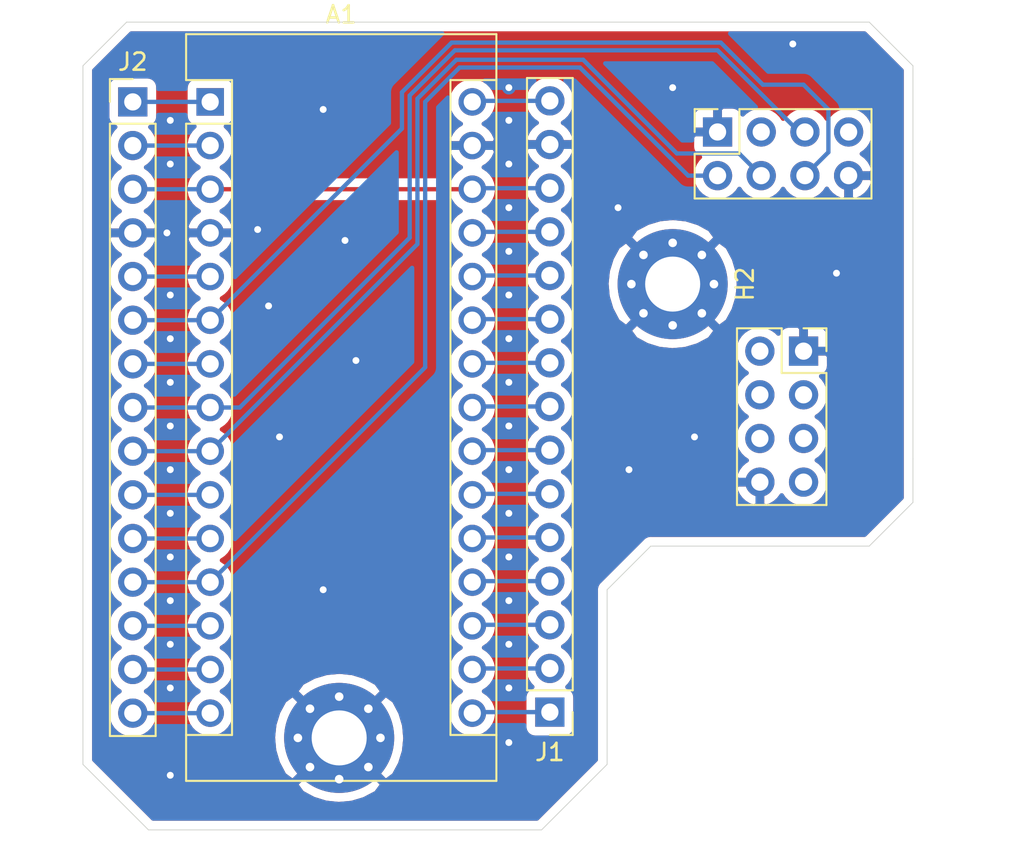
<source format=kicad_pcb>
(kicad_pcb (version 20171130) (host pcbnew "(5.1.5)-3")

  (general
    (thickness 1.6)
    (drawings 30)
    (tracks 117)
    (zones 0)
    (modules 7)
    (nets 29)
  )

  (page A4)
  (layers
    (0 F.Cu signal)
    (31 B.Cu signal)
    (32 B.Adhes user)
    (33 F.Adhes user)
    (34 B.Paste user)
    (35 F.Paste user)
    (36 B.SilkS user)
    (37 F.SilkS user)
    (38 B.Mask user)
    (39 F.Mask user)
    (40 Dwgs.User user)
    (41 Cmts.User user)
    (42 Eco1.User user)
    (43 Eco2.User user)
    (44 Edge.Cuts user)
    (45 Margin user)
    (46 B.CrtYd user)
    (47 F.CrtYd user)
    (48 B.Fab user)
    (49 F.Fab user)
  )

  (setup
    (last_trace_width 0.25)
    (user_trace_width 0.3)
    (user_trace_width 0.5)
    (trace_clearance 0.2)
    (zone_clearance 0.508)
    (zone_45_only no)
    (trace_min 0.2)
    (via_size 0.8)
    (via_drill 0.4)
    (via_min_size 0.4)
    (via_min_drill 0.3)
    (uvia_size 0.3)
    (uvia_drill 0.1)
    (uvias_allowed no)
    (uvia_min_size 0.2)
    (uvia_min_drill 0.1)
    (edge_width 0.05)
    (segment_width 0.2)
    (pcb_text_width 0.3)
    (pcb_text_size 1.5 1.5)
    (mod_edge_width 0.12)
    (mod_text_size 1 1)
    (mod_text_width 0.15)
    (pad_size 1.524 1.524)
    (pad_drill 0.762)
    (pad_to_mask_clearance 0.051)
    (solder_mask_min_width 0.25)
    (aux_axis_origin 0 0)
    (grid_origin 134.62 49.53)
    (visible_elements 7FFFFFFF)
    (pcbplotparams
      (layerselection 0x010fc_ffffffff)
      (usegerberextensions false)
      (usegerberattributes false)
      (usegerberadvancedattributes false)
      (creategerberjobfile true)
      (excludeedgelayer true)
      (linewidth 0.100000)
      (plotframeref false)
      (viasonmask false)
      (mode 1)
      (useauxorigin false)
      (hpglpennumber 1)
      (hpglpenspeed 20)
      (hpglpendiameter 15.000000)
      (psnegative false)
      (psa4output false)
      (plotreference true)
      (plotvalue true)
      (plotinvisibletext false)
      (padsonsilk false)
      (subtractmaskfromsilk false)
      (outputformat 1)
      (mirror false)
      (drillshape 0)
      (scaleselection 1)
      (outputdirectory "../Production Files/Production/"))
  )

  (net 0 "")
  (net 1 GND)
  (net 2 CLK)
  (net 3 D13)
  (net 4 D12)
  (net 5 PWM11)
  (net 6 PWM10)
  (net 7 A_RST)
  (net 8 A_5V)
  (net 9 D8)
  (net 10 A7)
  (net 11 D7)
  (net 12 A6)
  (net 13 A5)
  (net 14 PWM5)
  (net 15 A4)
  (net 16 D4)
  (net 17 A3)
  (net 18 A2)
  (net 19 D2)
  (net 20 A1)
  (net 21 A0)
  (net 22 A_REF)
  (net 23 RX0)
  (net 24 A_3V3)
  (net 25 TX1)
  (net 26 OE)
  (net 27 LE)
  (net 28 A_VIN)

  (net_class Default 这是默认网络类。
    (clearance 0.2)
    (trace_width 0.25)
    (via_dia 0.8)
    (via_drill 0.4)
    (uvia_dia 0.3)
    (uvia_drill 0.1)
    (add_net A0)
    (add_net A1)
    (add_net A2)
    (add_net A3)
    (add_net A4)
    (add_net A5)
    (add_net A6)
    (add_net A7)
    (add_net A_3V3)
    (add_net A_5V)
    (add_net A_REF)
    (add_net A_RST)
    (add_net A_VIN)
    (add_net CLK)
    (add_net D12)
    (add_net D13)
    (add_net D2)
    (add_net D4)
    (add_net D7)
    (add_net D8)
    (add_net GND)
    (add_net LE)
    (add_net OE)
    (add_net PWM10)
    (add_net PWM11)
    (add_net PWM5)
    (add_net RX0)
    (add_net TX1)
  )

  (module MountingHole:MountingHole_3.2mm_M3_Pad_Via (layer F.Cu) (tedit 56DDBCCA) (tstamp 606B0694)
    (at 134.62 49.53 270)
    (descr "Mounting Hole 3.2mm, M3")
    (tags "mounting hole 3.2mm m3")
    (path /606E1364)
    (attr virtual)
    (fp_text reference H2 (at 0 -4.2 90) (layer F.SilkS)
      (effects (font (size 1 1) (thickness 0.15)))
    )
    (fp_text value MountingHole_Pad (at 0 4.2 90) (layer F.Fab)
      (effects (font (size 1 1) (thickness 0.15)))
    )
    (fp_text user %R (at 0.3 0 90) (layer F.Fab)
      (effects (font (size 1 1) (thickness 0.15)))
    )
    (fp_circle (center 0 0) (end 3.2 0) (layer Cmts.User) (width 0.15))
    (fp_circle (center 0 0) (end 3.45 0) (layer F.CrtYd) (width 0.05))
    (pad 1 thru_hole circle (at 1.697056 -1.697056 270) (size 0.8 0.8) (drill 0.5) (layers *.Cu *.Mask)
      (net 1 GND))
    (pad 1 thru_hole circle (at 0 -2.4 270) (size 0.8 0.8) (drill 0.5) (layers *.Cu *.Mask)
      (net 1 GND))
    (pad 1 thru_hole circle (at -1.697056 -1.697056 270) (size 0.8 0.8) (drill 0.5) (layers *.Cu *.Mask)
      (net 1 GND))
    (pad 1 thru_hole circle (at -2.4 0 270) (size 0.8 0.8) (drill 0.5) (layers *.Cu *.Mask)
      (net 1 GND))
    (pad 1 thru_hole circle (at -1.697056 1.697056 270) (size 0.8 0.8) (drill 0.5) (layers *.Cu *.Mask)
      (net 1 GND))
    (pad 1 thru_hole circle (at 0 2.4 270) (size 0.8 0.8) (drill 0.5) (layers *.Cu *.Mask)
      (net 1 GND))
    (pad 1 thru_hole circle (at 1.697056 1.697056 270) (size 0.8 0.8) (drill 0.5) (layers *.Cu *.Mask)
      (net 1 GND))
    (pad 1 thru_hole circle (at 2.4 0 270) (size 0.8 0.8) (drill 0.5) (layers *.Cu *.Mask)
      (net 1 GND))
    (pad 1 thru_hole circle (at 0 0 270) (size 6.4 6.4) (drill 3.2) (layers *.Cu *.Mask)
      (net 1 GND))
  )

  (module Connector_PinSocket_2.54mm:PinSocket_2x04_P2.54mm_Vertical (layer F.Cu) (tedit 5A19A422) (tstamp 606AF5DD)
    (at 142.23 53.43)
    (descr "Through hole straight socket strip, 2x04, 2.54mm pitch, double cols (from Kicad 4.0.7), script generated")
    (tags "Through hole socket strip THT 2x04 2.54mm double row")
    (path /606CCC04)
    (fp_text reference J3 (at -1.27 -2.77) (layer F.Fab)
      (effects (font (size 1 1) (thickness 0.15)))
    )
    (fp_text value Conn_2 (at -1.27 10.39) (layer F.Fab)
      (effects (font (size 1 1) (thickness 0.15)))
    )
    (fp_text user %R (at -1.27 3.81 90) (layer F.Fab)
      (effects (font (size 1 1) (thickness 0.15)))
    )
    (fp_line (start -3.81 -1.27) (end 0.27 -1.27) (layer F.Fab) (width 0.1))
    (fp_line (start 0.27 -1.27) (end 1.27 -0.27) (layer F.Fab) (width 0.1))
    (fp_line (start 1.27 -0.27) (end 1.27 8.89) (layer F.Fab) (width 0.1))
    (fp_line (start 1.27 8.89) (end -3.81 8.89) (layer F.Fab) (width 0.1))
    (fp_line (start -3.81 8.89) (end -3.81 -1.27) (layer F.Fab) (width 0.1))
    (fp_line (start -3.87 -1.33) (end -1.27 -1.33) (layer F.SilkS) (width 0.12))
    (fp_line (start -3.87 -1.33) (end -3.87 8.95) (layer F.SilkS) (width 0.12))
    (fp_line (start -3.87 8.95) (end 1.33 8.95) (layer F.SilkS) (width 0.12))
    (fp_line (start 1.33 1.27) (end 1.33 8.95) (layer F.SilkS) (width 0.12))
    (fp_line (start -1.27 1.27) (end 1.33 1.27) (layer F.SilkS) (width 0.12))
    (fp_line (start -1.27 -1.33) (end -1.27 1.27) (layer F.SilkS) (width 0.12))
    (fp_line (start 1.33 -1.33) (end 1.33 0) (layer F.SilkS) (width 0.12))
    (fp_line (start 0 -1.33) (end 1.33 -1.33) (layer F.SilkS) (width 0.12))
    (fp_line (start -4.34 -1.8) (end 1.76 -1.8) (layer F.CrtYd) (width 0.05))
    (fp_line (start 1.76 -1.8) (end 1.76 9.4) (layer F.CrtYd) (width 0.05))
    (fp_line (start 1.76 9.4) (end -4.34 9.4) (layer F.CrtYd) (width 0.05))
    (fp_line (start -4.34 9.4) (end -4.34 -1.8) (layer F.CrtYd) (width 0.05))
    (pad 8 thru_hole oval (at -2.54 7.62) (size 1.7 1.7) (drill 1) (layers *.Cu *.Mask)
      (net 1 GND))
    (pad 7 thru_hole oval (at 0 7.62) (size 1.7 1.7) (drill 1) (layers *.Cu *.Mask))
    (pad 6 thru_hole oval (at -2.54 5.08) (size 1.7 1.7) (drill 1) (layers *.Cu *.Mask))
    (pad 5 thru_hole oval (at 0 5.08) (size 1.7 1.7) (drill 1) (layers *.Cu *.Mask))
    (pad 4 thru_hole oval (at -2.54 2.54) (size 1.7 1.7) (drill 1) (layers *.Cu *.Mask))
    (pad 3 thru_hole oval (at 0 2.54) (size 1.7 1.7) (drill 1) (layers *.Cu *.Mask))
    (pad 2 thru_hole oval (at -2.54 0) (size 1.7 1.7) (drill 1) (layers *.Cu *.Mask))
    (pad 1 thru_hole rect (at 0 0) (size 1.7 1.7) (drill 1) (layers *.Cu *.Mask)
      (net 1 GND))
    (model ${KISYS3DMOD}/Connector_PinSocket_2.54mm.3dshapes/PinSocket_2x04_P2.54mm_Vertical.wrl
      (at (xyz 0 0 0))
      (scale (xyz 1 1 1))
      (rotate (xyz 0 0 0))
    )
  )

  (module MountingHole:MountingHole_3.2mm_M3_Pad_Via (layer F.Cu) (tedit 56DDBCCA) (tstamp 606982C5)
    (at 115.23 75.93 270)
    (descr "Mounting Hole 3.2mm, M3")
    (tags "mounting hole 3.2mm m3")
    (path /606C30C3)
    (attr virtual)
    (fp_text reference H1 (at 0 -4.2 90) (layer F.Fab)
      (effects (font (size 1 1) (thickness 0.15)))
    )
    (fp_text value MountingHole_Pad (at 0 4.2 90) (layer F.Fab)
      (effects (font (size 1 1) (thickness 0.15)))
    )
    (fp_circle (center 0 0) (end 3.45 0) (layer F.CrtYd) (width 0.05))
    (fp_circle (center 0 0) (end 3.2 0) (layer Cmts.User) (width 0.15))
    (fp_text user %R (at 0.3 0 90) (layer F.Fab)
      (effects (font (size 1 1) (thickness 0.15)))
    )
    (pad 1 thru_hole circle (at 1.697056 -1.697056 270) (size 0.8 0.8) (drill 0.5) (layers *.Cu *.Mask)
      (net 1 GND))
    (pad 1 thru_hole circle (at 0 -2.4 270) (size 0.8 0.8) (drill 0.5) (layers *.Cu *.Mask)
      (net 1 GND))
    (pad 1 thru_hole circle (at -1.697056 -1.697056 270) (size 0.8 0.8) (drill 0.5) (layers *.Cu *.Mask)
      (net 1 GND))
    (pad 1 thru_hole circle (at -2.4 0 270) (size 0.8 0.8) (drill 0.5) (layers *.Cu *.Mask)
      (net 1 GND))
    (pad 1 thru_hole circle (at -1.697056 1.697056 270) (size 0.8 0.8) (drill 0.5) (layers *.Cu *.Mask)
      (net 1 GND))
    (pad 1 thru_hole circle (at 0 2.4 270) (size 0.8 0.8) (drill 0.5) (layers *.Cu *.Mask)
      (net 1 GND))
    (pad 1 thru_hole circle (at 1.697056 1.697056 270) (size 0.8 0.8) (drill 0.5) (layers *.Cu *.Mask)
      (net 1 GND))
    (pad 1 thru_hole circle (at 2.4 0 270) (size 0.8 0.8) (drill 0.5) (layers *.Cu *.Mask)
      (net 1 GND))
    (pad 1 thru_hole circle (at 0 0 270) (size 6.4 6.4) (drill 3.2) (layers *.Cu *.Mask)
      (net 1 GND))
  )

  (module Connector_PinHeader_2.54mm:PinHeader_1x15_P2.54mm_Vertical (layer F.Cu) (tedit 59FED5CC) (tstamp 606AF09B)
    (at 103.23 38.93)
    (descr "Through hole straight pin header, 1x15, 2.54mm pitch, single row")
    (tags "Through hole pin header THT 1x15 2.54mm single row")
    (path /606AD4D1)
    (fp_text reference J2 (at 0 -2.33) (layer F.SilkS)
      (effects (font (size 1 1) (thickness 0.15)))
    )
    (fp_text value Conn_01x15_Female (at 0 37.89) (layer F.Fab)
      (effects (font (size 1 1) (thickness 0.15)))
    )
    (fp_line (start 1.8 -1.8) (end -1.8 -1.8) (layer F.CrtYd) (width 0.05))
    (fp_line (start 1.8 37.35) (end 1.8 -1.8) (layer F.CrtYd) (width 0.05))
    (fp_line (start -1.8 37.35) (end 1.8 37.35) (layer F.CrtYd) (width 0.05))
    (fp_line (start -1.8 -1.8) (end -1.8 37.35) (layer F.CrtYd) (width 0.05))
    (fp_line (start -1.33 -1.33) (end 0 -1.33) (layer F.SilkS) (width 0.12))
    (fp_line (start -1.33 0) (end -1.33 -1.33) (layer F.SilkS) (width 0.12))
    (fp_line (start -1.33 1.27) (end 1.33 1.27) (layer F.SilkS) (width 0.12))
    (fp_line (start 1.33 1.27) (end 1.33 36.89) (layer F.SilkS) (width 0.12))
    (fp_line (start -1.33 1.27) (end -1.33 36.89) (layer F.SilkS) (width 0.12))
    (fp_line (start -1.33 36.89) (end 1.33 36.89) (layer F.SilkS) (width 0.12))
    (fp_line (start -1.27 -0.635) (end -0.635 -1.27) (layer F.Fab) (width 0.1))
    (fp_line (start -1.27 36.83) (end -1.27 -0.635) (layer F.Fab) (width 0.1))
    (fp_line (start 1.27 36.83) (end -1.27 36.83) (layer F.Fab) (width 0.1))
    (fp_line (start 1.27 -1.27) (end 1.27 36.83) (layer F.Fab) (width 0.1))
    (fp_line (start -0.635 -1.27) (end 1.27 -1.27) (layer F.Fab) (width 0.1))
    (fp_text user %R (at 0 17.78 90) (layer F.Fab)
      (effects (font (size 1 1) (thickness 0.15)))
    )
    (pad 15 thru_hole oval (at 0 35.56) (size 1.7 1.7) (drill 1) (layers *.Cu *.Mask)
      (net 4 D12))
    (pad 14 thru_hole oval (at 0 33.02) (size 1.7 1.7) (drill 1) (layers *.Cu *.Mask)
      (net 5 PWM11))
    (pad 13 thru_hole oval (at 0 30.48) (size 1.7 1.7) (drill 1) (layers *.Cu *.Mask)
      (net 6 PWM10))
    (pad 12 thru_hole oval (at 0 27.94) (size 1.7 1.7) (drill 1) (layers *.Cu *.Mask)
      (net 26 OE))
    (pad 11 thru_hole oval (at 0 25.4) (size 1.7 1.7) (drill 1) (layers *.Cu *.Mask)
      (net 9 D8))
    (pad 10 thru_hole oval (at 0 22.86) (size 1.7 1.7) (drill 1) (layers *.Cu *.Mask)
      (net 11 D7))
    (pad 9 thru_hole oval (at 0 20.32) (size 1.7 1.7) (drill 1) (layers *.Cu *.Mask)
      (net 27 LE))
    (pad 8 thru_hole oval (at 0 17.78) (size 1.7 1.7) (drill 1) (layers *.Cu *.Mask)
      (net 14 PWM5))
    (pad 7 thru_hole oval (at 0 15.24) (size 1.7 1.7) (drill 1) (layers *.Cu *.Mask)
      (net 16 D4))
    (pad 6 thru_hole oval (at 0 12.7) (size 1.7 1.7) (drill 1) (layers *.Cu *.Mask)
      (net 2 CLK))
    (pad 5 thru_hole oval (at 0 10.16) (size 1.7 1.7) (drill 1) (layers *.Cu *.Mask)
      (net 19 D2))
    (pad 4 thru_hole oval (at 0 7.62) (size 1.7 1.7) (drill 1) (layers *.Cu *.Mask)
      (net 1 GND))
    (pad 3 thru_hole oval (at 0 5.08) (size 1.7 1.7) (drill 1) (layers *.Cu *.Mask)
      (net 7 A_RST))
    (pad 2 thru_hole oval (at 0 2.54) (size 1.7 1.7) (drill 1) (layers *.Cu *.Mask)
      (net 23 RX0))
    (pad 1 thru_hole rect (at 0 0) (size 1.7 1.7) (drill 1) (layers *.Cu *.Mask)
      (net 25 TX1))
    (model ${KISYS3DMOD}/Connector_PinHeader_2.54mm.3dshapes/PinHeader_1x15_P2.54mm_Vertical.wrl
      (at (xyz 0 0 0))
      (scale (xyz 1 1 1))
      (rotate (xyz 0 0 0))
    )
  )

  (module Connector_PinHeader_2.54mm:PinHeader_1x15_P2.54mm_Vertical (layer F.Cu) (tedit 59FED5CC) (tstamp 606AF078)
    (at 127.48 74.43 180)
    (descr "Through hole straight pin header, 1x15, 2.54mm pitch, single row")
    (tags "Through hole pin header THT 1x15 2.54mm single row")
    (path /606AB55F)
    (fp_text reference J1 (at 0 -2.33) (layer F.SilkS)
      (effects (font (size 1 1) (thickness 0.15)))
    )
    (fp_text value Conn_01x15_Female (at 0 37.89) (layer F.Fab)
      (effects (font (size 1 1) (thickness 0.15)))
    )
    (fp_line (start 1.8 -1.8) (end -1.8 -1.8) (layer F.CrtYd) (width 0.05))
    (fp_line (start 1.8 37.35) (end 1.8 -1.8) (layer F.CrtYd) (width 0.05))
    (fp_line (start -1.8 37.35) (end 1.8 37.35) (layer F.CrtYd) (width 0.05))
    (fp_line (start -1.8 -1.8) (end -1.8 37.35) (layer F.CrtYd) (width 0.05))
    (fp_line (start -1.33 -1.33) (end 0 -1.33) (layer F.SilkS) (width 0.12))
    (fp_line (start -1.33 0) (end -1.33 -1.33) (layer F.SilkS) (width 0.12))
    (fp_line (start -1.33 1.27) (end 1.33 1.27) (layer F.SilkS) (width 0.12))
    (fp_line (start 1.33 1.27) (end 1.33 36.89) (layer F.SilkS) (width 0.12))
    (fp_line (start -1.33 1.27) (end -1.33 36.89) (layer F.SilkS) (width 0.12))
    (fp_line (start -1.33 36.89) (end 1.33 36.89) (layer F.SilkS) (width 0.12))
    (fp_line (start -1.27 -0.635) (end -0.635 -1.27) (layer F.Fab) (width 0.1))
    (fp_line (start -1.27 36.83) (end -1.27 -0.635) (layer F.Fab) (width 0.1))
    (fp_line (start 1.27 36.83) (end -1.27 36.83) (layer F.Fab) (width 0.1))
    (fp_line (start 1.27 -1.27) (end 1.27 36.83) (layer F.Fab) (width 0.1))
    (fp_line (start -0.635 -1.27) (end 1.27 -1.27) (layer F.Fab) (width 0.1))
    (fp_text user %R (at 0 17.78 90) (layer F.Fab)
      (effects (font (size 1 1) (thickness 0.15)))
    )
    (pad 15 thru_hole oval (at 0 35.56 180) (size 1.7 1.7) (drill 1) (layers *.Cu *.Mask)
      (net 28 A_VIN))
    (pad 14 thru_hole oval (at 0 33.02 180) (size 1.7 1.7) (drill 1) (layers *.Cu *.Mask)
      (net 1 GND))
    (pad 13 thru_hole oval (at 0 30.48 180) (size 1.7 1.7) (drill 1) (layers *.Cu *.Mask)
      (net 7 A_RST))
    (pad 12 thru_hole oval (at 0 27.94 180) (size 1.7 1.7) (drill 1) (layers *.Cu *.Mask)
      (net 8 A_5V))
    (pad 11 thru_hole oval (at 0 25.4 180) (size 1.7 1.7) (drill 1) (layers *.Cu *.Mask)
      (net 10 A7))
    (pad 10 thru_hole oval (at 0 22.86 180) (size 1.7 1.7) (drill 1) (layers *.Cu *.Mask)
      (net 12 A6))
    (pad 9 thru_hole oval (at 0 20.32 180) (size 1.7 1.7) (drill 1) (layers *.Cu *.Mask)
      (net 13 A5))
    (pad 8 thru_hole oval (at 0 17.78 180) (size 1.7 1.7) (drill 1) (layers *.Cu *.Mask)
      (net 15 A4))
    (pad 7 thru_hole oval (at 0 15.24 180) (size 1.7 1.7) (drill 1) (layers *.Cu *.Mask)
      (net 17 A3))
    (pad 6 thru_hole oval (at 0 12.7 180) (size 1.7 1.7) (drill 1) (layers *.Cu *.Mask)
      (net 18 A2))
    (pad 5 thru_hole oval (at 0 10.16 180) (size 1.7 1.7) (drill 1) (layers *.Cu *.Mask)
      (net 20 A1))
    (pad 4 thru_hole oval (at 0 7.62 180) (size 1.7 1.7) (drill 1) (layers *.Cu *.Mask)
      (net 21 A0))
    (pad 3 thru_hole oval (at 0 5.08 180) (size 1.7 1.7) (drill 1) (layers *.Cu *.Mask)
      (net 22 A_REF))
    (pad 2 thru_hole oval (at 0 2.54 180) (size 1.7 1.7) (drill 1) (layers *.Cu *.Mask)
      (net 24 A_3V3))
    (pad 1 thru_hole rect (at 0 0 180) (size 1.7 1.7) (drill 1) (layers *.Cu *.Mask)
      (net 3 D13))
    (model ${KISYS3DMOD}/Connector_PinHeader_2.54mm.3dshapes/PinHeader_1x15_P2.54mm_Vertical.wrl
      (at (xyz 0 0 0))
      (scale (xyz 1 1 1))
      (rotate (xyz 0 0 0))
    )
  )

  (module Module:Arduino_Nano (layer F.Cu) (tedit 58ACAF70) (tstamp 606AF01A)
    (at 107.73 38.93)
    (descr "Arduino Nano, http://www.mouser.com/pdfdocs/Gravitech_Arduino_Nano3_0.pdf")
    (tags "Arduino Nano")
    (path /606AE12E)
    (fp_text reference A1 (at 7.62 -5.08) (layer F.SilkS)
      (effects (font (size 1 1) (thickness 0.15)))
    )
    (fp_text value Arduino_Nano_v2.x (at 8.89 19.05 90) (layer F.Fab)
      (effects (font (size 1 1) (thickness 0.15)))
    )
    (fp_line (start 16.75 42.16) (end -1.53 42.16) (layer F.CrtYd) (width 0.05))
    (fp_line (start 16.75 42.16) (end 16.75 -4.06) (layer F.CrtYd) (width 0.05))
    (fp_line (start -1.53 -4.06) (end -1.53 42.16) (layer F.CrtYd) (width 0.05))
    (fp_line (start -1.53 -4.06) (end 16.75 -4.06) (layer F.CrtYd) (width 0.05))
    (fp_line (start 16.51 -3.81) (end 16.51 39.37) (layer F.Fab) (width 0.1))
    (fp_line (start 0 -3.81) (end 16.51 -3.81) (layer F.Fab) (width 0.1))
    (fp_line (start -1.27 -2.54) (end 0 -3.81) (layer F.Fab) (width 0.1))
    (fp_line (start -1.27 39.37) (end -1.27 -2.54) (layer F.Fab) (width 0.1))
    (fp_line (start 16.51 39.37) (end -1.27 39.37) (layer F.Fab) (width 0.1))
    (fp_line (start 16.64 -3.94) (end -1.4 -3.94) (layer F.SilkS) (width 0.12))
    (fp_line (start 16.64 39.5) (end 16.64 -3.94) (layer F.SilkS) (width 0.12))
    (fp_line (start -1.4 39.5) (end 16.64 39.5) (layer F.SilkS) (width 0.12))
    (fp_line (start 3.81 41.91) (end 3.81 31.75) (layer F.Fab) (width 0.1))
    (fp_line (start 11.43 41.91) (end 3.81 41.91) (layer F.Fab) (width 0.1))
    (fp_line (start 11.43 31.75) (end 11.43 41.91) (layer F.Fab) (width 0.1))
    (fp_line (start 3.81 31.75) (end 11.43 31.75) (layer F.Fab) (width 0.1))
    (fp_line (start 1.27 36.83) (end -1.4 36.83) (layer F.SilkS) (width 0.12))
    (fp_line (start 1.27 1.27) (end 1.27 36.83) (layer F.SilkS) (width 0.12))
    (fp_line (start 1.27 1.27) (end -1.4 1.27) (layer F.SilkS) (width 0.12))
    (fp_line (start 13.97 36.83) (end 16.64 36.83) (layer F.SilkS) (width 0.12))
    (fp_line (start 13.97 -1.27) (end 13.97 36.83) (layer F.SilkS) (width 0.12))
    (fp_line (start 13.97 -1.27) (end 16.64 -1.27) (layer F.SilkS) (width 0.12))
    (fp_line (start -1.4 -3.94) (end -1.4 -1.27) (layer F.SilkS) (width 0.12))
    (fp_line (start -1.4 1.27) (end -1.4 39.5) (layer F.SilkS) (width 0.12))
    (fp_line (start 1.27 -1.27) (end -1.4 -1.27) (layer F.SilkS) (width 0.12))
    (fp_line (start 1.27 1.27) (end 1.27 -1.27) (layer F.SilkS) (width 0.12))
    (fp_text user %R (at 6.35 19.05 90) (layer F.Fab)
      (effects (font (size 1 1) (thickness 0.15)))
    )
    (pad 16 thru_hole oval (at 15.24 35.56) (size 1.6 1.6) (drill 1) (layers *.Cu *.Mask)
      (net 3 D13))
    (pad 15 thru_hole oval (at 0 35.56) (size 1.6 1.6) (drill 1) (layers *.Cu *.Mask)
      (net 4 D12))
    (pad 30 thru_hole oval (at 15.24 0) (size 1.6 1.6) (drill 1) (layers *.Cu *.Mask)
      (net 28 A_VIN))
    (pad 14 thru_hole oval (at 0 33.02) (size 1.6 1.6) (drill 1) (layers *.Cu *.Mask)
      (net 5 PWM11))
    (pad 29 thru_hole oval (at 15.24 2.54) (size 1.6 1.6) (drill 1) (layers *.Cu *.Mask)
      (net 1 GND))
    (pad 13 thru_hole oval (at 0 30.48) (size 1.6 1.6) (drill 1) (layers *.Cu *.Mask)
      (net 6 PWM10))
    (pad 28 thru_hole oval (at 15.24 5.08) (size 1.6 1.6) (drill 1) (layers *.Cu *.Mask)
      (net 7 A_RST))
    (pad 12 thru_hole oval (at 0 27.94) (size 1.6 1.6) (drill 1) (layers *.Cu *.Mask)
      (net 26 OE))
    (pad 27 thru_hole oval (at 15.24 7.62) (size 1.6 1.6) (drill 1) (layers *.Cu *.Mask)
      (net 8 A_5V))
    (pad 11 thru_hole oval (at 0 25.4) (size 1.6 1.6) (drill 1) (layers *.Cu *.Mask)
      (net 9 D8))
    (pad 26 thru_hole oval (at 15.24 10.16) (size 1.6 1.6) (drill 1) (layers *.Cu *.Mask)
      (net 10 A7))
    (pad 10 thru_hole oval (at 0 22.86) (size 1.6 1.6) (drill 1) (layers *.Cu *.Mask)
      (net 11 D7))
    (pad 25 thru_hole oval (at 15.24 12.7) (size 1.6 1.6) (drill 1) (layers *.Cu *.Mask)
      (net 12 A6))
    (pad 9 thru_hole oval (at 0 20.32) (size 1.6 1.6) (drill 1) (layers *.Cu *.Mask)
      (net 27 LE))
    (pad 24 thru_hole oval (at 15.24 15.24) (size 1.6 1.6) (drill 1) (layers *.Cu *.Mask)
      (net 13 A5))
    (pad 8 thru_hole oval (at 0 17.78) (size 1.6 1.6) (drill 1) (layers *.Cu *.Mask)
      (net 14 PWM5))
    (pad 23 thru_hole oval (at 15.24 17.78) (size 1.6 1.6) (drill 1) (layers *.Cu *.Mask)
      (net 15 A4))
    (pad 7 thru_hole oval (at 0 15.24) (size 1.6 1.6) (drill 1) (layers *.Cu *.Mask)
      (net 16 D4))
    (pad 22 thru_hole oval (at 15.24 20.32) (size 1.6 1.6) (drill 1) (layers *.Cu *.Mask)
      (net 17 A3))
    (pad 6 thru_hole oval (at 0 12.7) (size 1.6 1.6) (drill 1) (layers *.Cu *.Mask)
      (net 2 CLK))
    (pad 21 thru_hole oval (at 15.24 22.86) (size 1.6 1.6) (drill 1) (layers *.Cu *.Mask)
      (net 18 A2))
    (pad 5 thru_hole oval (at 0 10.16) (size 1.6 1.6) (drill 1) (layers *.Cu *.Mask)
      (net 19 D2))
    (pad 20 thru_hole oval (at 15.24 25.4) (size 1.6 1.6) (drill 1) (layers *.Cu *.Mask)
      (net 20 A1))
    (pad 4 thru_hole oval (at 0 7.62) (size 1.6 1.6) (drill 1) (layers *.Cu *.Mask)
      (net 1 GND))
    (pad 19 thru_hole oval (at 15.24 27.94) (size 1.6 1.6) (drill 1) (layers *.Cu *.Mask)
      (net 21 A0))
    (pad 3 thru_hole oval (at 0 5.08) (size 1.6 1.6) (drill 1) (layers *.Cu *.Mask)
      (net 7 A_RST))
    (pad 18 thru_hole oval (at 15.24 30.48) (size 1.6 1.6) (drill 1) (layers *.Cu *.Mask)
      (net 22 A_REF))
    (pad 2 thru_hole oval (at 0 2.54) (size 1.6 1.6) (drill 1) (layers *.Cu *.Mask)
      (net 23 RX0))
    (pad 17 thru_hole oval (at 15.24 33.02) (size 1.6 1.6) (drill 1) (layers *.Cu *.Mask)
      (net 24 A_3V3))
    (pad 1 thru_hole rect (at 0 0) (size 1.6 1.6) (drill 1) (layers *.Cu *.Mask)
      (net 25 TX1))
    (model ${KISYS3DMOD}/Module.3dshapes/Arduino_Nano_WithMountingHoles.wrl
      (at (xyz 0 0 0))
      (scale (xyz 1 1 1))
      (rotate (xyz 0 0 0))
    )
  )

  (module Connector_PinSocket_2.54mm:PinSocket_2x04_P2.54mm_Vertical (layer F.Cu) (tedit 5A19A422) (tstamp 60698301)
    (at 137.23 40.68 90)
    (descr "Through hole straight socket strip, 2x04, 2.54mm pitch, double cols (from Kicad 4.0.7), script generated")
    (tags "Through hole socket strip THT 2x04 2.54mm double row")
    (path /60670B57)
    (fp_text reference J0 (at -1.27 -2.77 90) (layer F.Fab)
      (effects (font (size 1 1) (thickness 0.15)))
    )
    (fp_text value Conn_2 (at -1.27 10.39 90) (layer F.Fab)
      (effects (font (size 1 1) (thickness 0.15)))
    )
    (fp_line (start -4.34 9.4) (end -4.34 -1.8) (layer F.CrtYd) (width 0.05))
    (fp_line (start 1.76 9.4) (end -4.34 9.4) (layer F.CrtYd) (width 0.05))
    (fp_line (start 1.76 -1.8) (end 1.76 9.4) (layer F.CrtYd) (width 0.05))
    (fp_line (start -4.34 -1.8) (end 1.76 -1.8) (layer F.CrtYd) (width 0.05))
    (fp_line (start 0 -1.33) (end 1.33 -1.33) (layer F.SilkS) (width 0.12))
    (fp_line (start 1.33 -1.33) (end 1.33 0) (layer F.SilkS) (width 0.12))
    (fp_line (start -1.27 -1.33) (end -1.27 1.27) (layer F.SilkS) (width 0.12))
    (fp_line (start -1.27 1.27) (end 1.33 1.27) (layer F.SilkS) (width 0.12))
    (fp_line (start 1.33 1.27) (end 1.33 8.95) (layer F.SilkS) (width 0.12))
    (fp_line (start -3.87 8.95) (end 1.33 8.95) (layer F.SilkS) (width 0.12))
    (fp_line (start -3.87 -1.33) (end -3.87 8.95) (layer F.SilkS) (width 0.12))
    (fp_line (start -3.87 -1.33) (end -1.27 -1.33) (layer F.SilkS) (width 0.12))
    (fp_line (start -3.81 8.89) (end -3.81 -1.27) (layer F.Fab) (width 0.1))
    (fp_line (start 1.27 8.89) (end -3.81 8.89) (layer F.Fab) (width 0.1))
    (fp_line (start 1.27 -0.27) (end 1.27 8.89) (layer F.Fab) (width 0.1))
    (fp_line (start 0.27 -1.27) (end 1.27 -0.27) (layer F.Fab) (width 0.1))
    (fp_line (start -3.81 -1.27) (end 0.27 -1.27) (layer F.Fab) (width 0.1))
    (fp_text user %R (at -1.27 3.81) (layer F.Fab)
      (effects (font (size 1 1) (thickness 0.15)))
    )
    (pad 8 thru_hole oval (at -2.54 7.62 90) (size 1.7 1.7) (drill 1) (layers *.Cu *.Mask)
      (net 1 GND))
    (pad 7 thru_hole oval (at 0 7.62 90) (size 1.7 1.7) (drill 1) (layers *.Cu *.Mask))
    (pad 6 thru_hole oval (at -2.54 5.08 90) (size 1.7 1.7) (drill 1) (layers *.Cu *.Mask)
      (net 2 CLK))
    (pad 5 thru_hole oval (at 0 5.08 90) (size 1.7 1.7) (drill 1) (layers *.Cu *.Mask)
      (net 14 PWM5))
    (pad 4 thru_hole oval (at -2.54 2.54 90) (size 1.7 1.7) (drill 1) (layers *.Cu *.Mask)
      (net 27 LE))
    (pad 3 thru_hole oval (at 0 2.54 90) (size 1.7 1.7) (drill 1) (layers *.Cu *.Mask))
    (pad 2 thru_hole oval (at -2.54 0 90) (size 1.7 1.7) (drill 1) (layers *.Cu *.Mask)
      (net 26 OE))
    (pad 1 thru_hole rect (at 0 0 90) (size 1.7 1.7) (drill 1) (layers *.Cu *.Mask)
      (net 1 GND))
    (model ${KISYS3DMOD}/Connector_PinSocket_2.54mm.3dshapes/PinSocket_2x04_P2.54mm_Vertical.wrl
      (at (xyz 0 0 0))
      (scale (xyz 1 1 1))
      (rotate (xyz 0 0 0))
    )
  )

  (gr_line (start 147.955 36.83) (end 147.955 62.23) (layer Margin) (width 0.15) (tstamp 606B1D00))
  (gr_line (start 146.05 34.925) (end 147.955 36.83) (layer Margin) (width 0.15))
  (gr_line (start 102.87 34.925) (end 146.05 34.925) (layer Margin) (width 0.15))
  (gr_line (start 100.965 36.83) (end 102.87 34.925) (layer Margin) (width 0.15))
  (gr_line (start 100.965 77.47) (end 100.965 36.83) (layer Margin) (width 0.15))
  (gr_line (start 104.14 80.645) (end 100.965 77.47) (layer Margin) (width 0.15))
  (gr_line (start 127 80.645) (end 104.14 80.645) (layer Margin) (width 0.15))
  (gr_line (start 130.175 77.47) (end 127 80.645) (layer Margin) (width 0.15))
  (gr_line (start 130.175 67.31) (end 130.175 77.47) (layer Margin) (width 0.15))
  (gr_line (start 133.35 64.135) (end 130.175 67.31) (layer Margin) (width 0.15))
  (gr_line (start 146.05 64.135) (end 133.35 64.135) (layer Margin) (width 0.15))
  (gr_line (start 147.955 62.23) (end 146.05 64.135) (layer Margin) (width 0.15))
  (dimension 7.62 (width 0.15) (layer Dwgs.User)
    (gr_text "7.620 mm" (at 144.78 69.88) (layer Dwgs.User)
      (effects (font (size 1 1) (thickness 0.15)))
    )
    (feature1 (pts (xy 148.59 57.15) (xy 148.59 69.166421)))
    (feature2 (pts (xy 140.97 57.15) (xy 140.97 69.166421)))
    (crossbar (pts (xy 140.97 68.58) (xy 148.59 68.58)))
    (arrow1a (pts (xy 148.59 68.58) (xy 147.463496 69.166421)))
    (arrow1b (pts (xy 148.59 68.58) (xy 147.463496 67.993579)))
    (arrow2a (pts (xy 140.97 68.58) (xy 142.096504 69.166421)))
    (arrow2b (pts (xy 140.97 68.58) (xy 142.096504 67.993579)))
  )
  (dimension 7.62 (width 0.15) (layer Dwgs.User)
    (gr_text "7.620 mm" (at 153.7 60.96 270) (layer Dwgs.User)
      (effects (font (size 1 1) (thickness 0.15)))
    )
    (feature1 (pts (xy 140.97 64.77) (xy 152.986421 64.77)))
    (feature2 (pts (xy 140.97 57.15) (xy 152.986421 57.15)))
    (crossbar (pts (xy 152.4 57.15) (xy 152.4 64.77)))
    (arrow1a (pts (xy 152.4 64.77) (xy 151.813579 63.643496)))
    (arrow1b (pts (xy 152.4 64.77) (xy 152.986421 63.643496)))
    (arrow2a (pts (xy 152.4 57.15) (xy 151.813579 58.276504)))
    (arrow2b (pts (xy 152.4 57.15) (xy 152.986421 58.276504)))
  )
  (gr_line (start 148.59 62.23) (end 148.59 59.69) (layer Edge.Cuts) (width 0.05) (tstamp 606B00F4))
  (gr_line (start 146.05 64.77) (end 148.59 62.23) (layer Edge.Cuts) (width 0.05))
  (gr_line (start 133.35 64.77) (end 146.05 64.77) (layer Edge.Cuts) (width 0.05))
  (gr_line (start 130.81 67.31) (end 133.35 64.77) (layer Edge.Cuts) (width 0.05))
  (gr_line (start 130.81 77.47) (end 130.81 67.31) (layer Edge.Cuts) (width 0.05))
  (gr_line (start 127 81.28) (end 130.81 77.47) (layer Edge.Cuts) (width 0.05))
  (gr_line (start 104.14 81.28) (end 127 81.28) (layer Edge.Cuts) (width 0.05))
  (gr_line (start 100.33 77.47) (end 104.14 81.28) (layer Edge.Cuts) (width 0.05))
  (gr_line (start 100.33 36.83) (end 100.33 77.47) (layer Edge.Cuts) (width 0.05))
  (gr_line (start 102.87 34.29) (end 100.33 36.83) (layer Edge.Cuts) (width 0.05))
  (gr_line (start 146.05 34.29) (end 102.87 34.29) (layer Edge.Cuts) (width 0.05))
  (gr_line (start 148.59 36.83) (end 146.05 34.29) (layer Edge.Cuts) (width 0.05))
  (gr_line (start 148.59 59.69) (end 148.59 36.83) (layer Edge.Cuts) (width 0.05))
  (gr_line (start 148.59 57.15) (end 133.35 57.15) (layer F.Fab) (width 0.12))
  (gr_line (start 140.97 34.29) (end 140.97 64.77) (layer F.Fab) (width 0.12))
  (gr_line (start 133.35 41.91) (end 148.59 41.91) (layer F.Fab) (width 0.12))

  (segment (start 107.73 46.55) (end 105.215 46.55) (width 0.25) (layer B.Cu) (net 1))
  (via (at 116.205 53.975) (size 0.8) (drill 0.4) (layers F.Cu B.Cu) (net 1))
  (via (at 111.76 58.42) (size 0.8) (drill 0.4) (layers F.Cu B.Cu) (net 1))
  (via (at 111.125 50.8) (size 0.8) (drill 0.4) (layers F.Cu B.Cu) (net 1))
  (via (at 115.57 46.99) (size 0.8) (drill 0.4) (layers F.Cu B.Cu) (net 1))
  (via (at 110.49 46.355) (size 0.8) (drill 0.4) (layers F.Cu B.Cu) (net 1))
  (via (at 114.3 39.37) (size 0.8) (drill 0.4) (layers F.Cu B.Cu) (net 1))
  (via (at 131.445 45.085) (size 0.8) (drill 0.4) (layers F.Cu B.Cu) (net 1))
  (via (at 135.89 58.42) (size 0.8) (drill 0.4) (layers F.Cu B.Cu) (net 1))
  (via (at 114.3 67.31) (size 0.8) (drill 0.4) (layers F.Cu B.Cu) (net 1))
  (via (at 105.41 78.105) (size 0.8) (drill 0.4) (layers F.Cu B.Cu) (net 1))
  (via (at 105.41 73.025) (size 0.8) (drill 0.4) (layers F.Cu B.Cu) (net 1))
  (via (at 105.41 70.485) (size 0.8) (drill 0.4) (layers F.Cu B.Cu) (net 1))
  (via (at 105.41 67.945) (size 0.8) (drill 0.4) (layers F.Cu B.Cu) (net 1))
  (via (at 105.41 65.405) (size 0.8) (drill 0.4) (layers F.Cu B.Cu) (net 1))
  (via (at 105.41 62.865) (size 0.8) (drill 0.4) (layers F.Cu B.Cu) (net 1))
  (via (at 105.41 60.325) (size 0.8) (drill 0.4) (layers F.Cu B.Cu) (net 1))
  (via (at 105.41 55.245) (size 0.8) (drill 0.4) (layers F.Cu B.Cu) (net 1))
  (via (at 105.41 57.785) (size 0.8) (drill 0.4) (layers F.Cu B.Cu) (net 1))
  (via (at 105.41 52.705) (size 0.8) (drill 0.4) (layers F.Cu B.Cu) (net 1))
  (via (at 105.41 50.165) (size 0.8) (drill 0.4) (layers F.Cu B.Cu) (net 1))
  (segment (start 105.215 46.55) (end 103.23 46.55) (width 0.25) (layer B.Cu) (net 1) (tstamp 606B1D06))
  (via (at 105.215 46.55) (size 0.8) (drill 0.4) (layers F.Cu B.Cu) (net 1))
  (via (at 105.41 42.545) (size 0.8) (drill 0.4) (layers F.Cu B.Cu) (net 1))
  (via (at 105.41 40.005) (size 0.8) (drill 0.4) (layers F.Cu B.Cu) (net 1))
  (via (at 125.095 38.1) (size 0.8) (drill 0.4) (layers F.Cu B.Cu) (net 1))
  (via (at 125.095 40.005) (size 0.8) (drill 0.4) (layers F.Cu B.Cu) (net 1))
  (via (at 125.095 42.545) (size 0.8) (drill 0.4) (layers F.Cu B.Cu) (net 1))
  (via (at 125.095 45.085) (size 0.8) (drill 0.4) (layers F.Cu B.Cu) (net 1))
  (via (at 125.095 47.625) (size 0.8) (drill 0.4) (layers F.Cu B.Cu) (net 1))
  (via (at 125.095 50.165) (size 0.8) (drill 0.4) (layers F.Cu B.Cu) (net 1))
  (via (at 125.095 52.705) (size 0.8) (drill 0.4) (layers F.Cu B.Cu) (net 1))
  (via (at 125.095 55.245) (size 0.8) (drill 0.4) (layers F.Cu B.Cu) (net 1))
  (via (at 125.095 57.785) (size 0.8) (drill 0.4) (layers F.Cu B.Cu) (net 1))
  (via (at 125.095 60.325) (size 0.8) (drill 0.4) (layers F.Cu B.Cu) (net 1))
  (via (at 125.095 62.865) (size 0.8) (drill 0.4) (layers F.Cu B.Cu) (net 1))
  (via (at 125.095 65.405) (size 0.8) (drill 0.4) (layers F.Cu B.Cu) (net 1))
  (via (at 125.095 67.945) (size 0.8) (drill 0.4) (layers F.Cu B.Cu) (net 1))
  (via (at 125.095 70.485) (size 0.8) (drill 0.4) (layers F.Cu B.Cu) (net 1))
  (via (at 125.095 73.025) (size 0.8) (drill 0.4) (layers F.Cu B.Cu) (net 1))
  (via (at 125.095 76.2) (size 0.8) (drill 0.4) (layers F.Cu B.Cu) (net 1))
  (via (at 132.08 60.325) (size 0.8) (drill 0.4) (layers F.Cu B.Cu) (net 1))
  (via (at 144.145 48.895) (size 0.8) (drill 0.4) (layers F.Cu B.Cu) (net 1))
  (via (at 134.62 38.1) (size 0.8) (drill 0.4) (layers F.Cu B.Cu) (net 1))
  (via (at 141.605 35.56) (size 0.8) (drill 0.4) (layers F.Cu B.Cu) (net 1))
  (segment (start 107.73 51.63) (end 103.23 51.63) (width 0.25) (layer B.Cu) (net 2))
  (segment (start 143.674999 41.855001) (end 142.31 43.22) (width 0.25) (layer B.Cu) (net 2))
  (segment (start 143.674999 39.374999) (end 143.674999 41.855001) (width 0.25) (layer B.Cu) (net 2))
  (segment (start 107.73 51.63) (end 118.879973 40.480027) (width 0.25) (layer B.Cu) (net 2))
  (segment (start 142.23 37.93) (end 143.674999 39.374999) (width 0.25) (layer B.Cu) (net 2))
  (segment (start 139.866411 37.93) (end 142.23 37.93) (width 0.25) (layer B.Cu) (net 2))
  (segment (start 137.4164 35.479989) (end 139.866411 37.93) (width 0.25) (layer B.Cu) (net 2))
  (segment (start 121.77078 35.47999) (end 137.4164 35.479989) (width 0.25) (layer B.Cu) (net 2))
  (segment (start 118.879973 38.370797) (end 121.77078 35.47999) (width 0.25) (layer B.Cu) (net 2))
  (segment (start 118.879973 40.480027) (end 118.879973 38.370797) (width 0.25) (layer B.Cu) (net 2))
  (segment (start 123.03 74.43) (end 122.97 74.49) (width 0.25) (layer B.Cu) (net 3))
  (segment (start 127.48 74.43) (end 123.03 74.43) (width 0.25) (layer B.Cu) (net 3))
  (segment (start 107.73 74.49) (end 103.23 74.49) (width 0.25) (layer B.Cu) (net 4))
  (segment (start 107.73 71.95) (end 103.23 71.95) (width 0.25) (layer B.Cu) (net 5))
  (segment (start 107.73 69.41) (end 103.23 69.41) (width 0.25) (layer B.Cu) (net 6))
  (segment (start 123.03 43.95) (end 122.97 44.01) (width 0.25) (layer B.Cu) (net 7))
  (segment (start 127.48 43.95) (end 123.03 43.95) (width 0.25) (layer B.Cu) (net 7))
  (segment (start 107.73 44.01) (end 103.23 44.01) (width 0.25) (layer B.Cu) (net 7))
  (segment (start 122.97 44.01) (end 107.73 44.01) (width 0.25) (layer F.Cu) (net 7))
  (segment (start 123.03 46.49) (end 122.97 46.55) (width 0.25) (layer B.Cu) (net 8))
  (segment (start 127.48 46.49) (end 123.03 46.49) (width 0.25) (layer B.Cu) (net 8))
  (segment (start 107.73 64.33) (end 103.23 64.33) (width 0.25) (layer B.Cu) (net 9))
  (segment (start 123.03 49.03) (end 122.97 49.09) (width 0.25) (layer B.Cu) (net 10))
  (segment (start 127.48 49.03) (end 123.03 49.03) (width 0.25) (layer B.Cu) (net 10))
  (segment (start 107.73 61.79) (end 103.23 61.79) (width 0.25) (layer B.Cu) (net 11))
  (segment (start 123.03 51.57) (end 122.97 51.63) (width 0.25) (layer B.Cu) (net 12))
  (segment (start 127.48 51.57) (end 123.03 51.57) (width 0.25) (layer B.Cu) (net 12))
  (segment (start 123.03 54.11) (end 122.97 54.17) (width 0.25) (layer B.Cu) (net 13))
  (segment (start 127.48 54.11) (end 123.03 54.11) (width 0.25) (layer B.Cu) (net 13))
  (segment (start 107.73 56.71) (end 103.23 56.71) (width 0.25) (layer B.Cu) (net 14))
  (segment (start 119.329982 46.830018) (end 109.45 56.71) (width 0.25) (layer B.Cu) (net 14))
  (segment (start 137.23 35.93) (end 121.95718 35.93) (width 0.25) (layer B.Cu) (net 14))
  (segment (start 121.95718 35.93) (end 119.329982 38.557198) (width 0.25) (layer B.Cu) (net 14))
  (segment (start 119.329982 38.557198) (end 119.329982 46.830018) (width 0.25) (layer B.Cu) (net 14))
  (segment (start 109.45 56.71) (end 107.73 56.71) (width 0.25) (layer B.Cu) (net 14))
  (segment (start 141.98 40.68) (end 137.23 35.93) (width 0.25) (layer B.Cu) (net 14))
  (segment (start 142.31 40.68) (end 141.98 40.68) (width 0.25) (layer B.Cu) (net 14))
  (segment (start 123.03 56.65) (end 122.97 56.71) (width 0.25) (layer B.Cu) (net 15))
  (segment (start 127.48 56.65) (end 123.03 56.65) (width 0.25) (layer B.Cu) (net 15))
  (segment (start 107.73 54.17) (end 103.23 54.17) (width 0.25) (layer B.Cu) (net 16))
  (segment (start 123.03 59.19) (end 122.97 59.25) (width 0.25) (layer B.Cu) (net 17))
  (segment (start 127.48 59.19) (end 123.03 59.19) (width 0.25) (layer B.Cu) (net 17))
  (segment (start 123.03 61.73) (end 122.97 61.79) (width 0.25) (layer B.Cu) (net 18))
  (segment (start 127.48 61.73) (end 123.03 61.73) (width 0.25) (layer B.Cu) (net 18))
  (segment (start 107.73 49.09) (end 103.23 49.09) (width 0.25) (layer B.Cu) (net 19))
  (segment (start 123.03 64.27) (end 122.97 64.33) (width 0.25) (layer B.Cu) (net 20))
  (segment (start 127.48 64.27) (end 123.03 64.27) (width 0.25) (layer B.Cu) (net 20))
  (segment (start 123.03 66.81) (end 122.97 66.87) (width 0.25) (layer B.Cu) (net 21))
  (segment (start 127.48 66.81) (end 123.03 66.81) (width 0.25) (layer B.Cu) (net 21))
  (segment (start 123.03 69.35) (end 122.97 69.41) (width 0.25) (layer B.Cu) (net 22))
  (segment (start 127.48 69.35) (end 123.03 69.35) (width 0.25) (layer B.Cu) (net 22))
  (segment (start 107.73 41.47) (end 103.23 41.47) (width 0.25) (layer B.Cu) (net 23))
  (segment (start 123.03 71.89) (end 122.97 71.95) (width 0.25) (layer B.Cu) (net 24))
  (segment (start 127.48 71.89) (end 123.03 71.89) (width 0.25) (layer B.Cu) (net 24))
  (segment (start 107.73 38.93) (end 103.23 38.93) (width 0.25) (layer B.Cu) (net 25))
  (segment (start 107.73 66.87) (end 103.23 66.87) (width 0.25) (layer B.Cu) (net 26))
  (segment (start 135.52 43.22) (end 137.23 43.22) (width 0.25) (layer B.Cu) (net 26))
  (segment (start 122.23 36.93) (end 129.23 36.93) (width 0.25) (layer B.Cu) (net 26))
  (segment (start 107.73 66.87) (end 120.23 54.37) (width 0.25) (layer B.Cu) (net 26))
  (segment (start 120.23 38.93) (end 122.23 36.93) (width 0.25) (layer B.Cu) (net 26))
  (segment (start 120.23 54.37) (end 120.23 38.93) (width 0.25) (layer B.Cu) (net 26))
  (segment (start 129.23 36.93) (end 135.52 43.22) (width 0.25) (layer B.Cu) (net 26))
  (segment (start 107.73 59.25) (end 103.23 59.25) (width 0.25) (layer B.Cu) (net 27))
  (segment (start 138.48 41.93) (end 139.77 43.22) (width 0.25) (layer B.Cu) (net 27))
  (segment (start 129.416401 36.479991) (end 134.86641 41.93) (width 0.25) (layer B.Cu) (net 27))
  (segment (start 134.86641 41.93) (end 138.48 41.93) (width 0.25) (layer B.Cu) (net 27))
  (segment (start 119.779991 38.743599) (end 122.0436 36.47999) (width 0.25) (layer B.Cu) (net 27))
  (segment (start 122.0436 36.47999) (end 129.416401 36.479991) (width 0.25) (layer B.Cu) (net 27))
  (segment (start 119.77999 47.20001) (end 119.779991 38.743599) (width 0.25) (layer B.Cu) (net 27))
  (segment (start 107.73 59.25) (end 119.77999 47.20001) (width 0.25) (layer B.Cu) (net 27))
  (segment (start 123.03 38.87) (end 122.97 38.93) (width 0.25) (layer B.Cu) (net 28))
  (segment (start 127.48 38.87) (end 123.03 38.87) (width 0.25) (layer B.Cu) (net 28))

  (zone (net 1) (net_name GND) (layer F.Cu) (tstamp 606B15DA) (hatch edge 0.508)
    (connect_pads (clearance 0.508))
    (min_thickness 0.254)
    (fill yes (arc_segments 32) (thermal_gap 0.508) (thermal_bridge_width 0.508))
    (polygon
      (pts
        (xy 148.59 81.28) (xy 100.33 81.28) (xy 100.33 34.29) (xy 148.59 34.29)
      )
    )
    (filled_polygon
      (pts
        (xy 147.930001 37.103382) (xy 147.93 59.722418) (xy 147.930001 59.722428) (xy 147.93 61.956619) (xy 145.77662 64.11)
        (xy 133.382408 64.11) (xy 133.349999 64.106808) (xy 133.31759 64.11) (xy 133.317581 64.11) (xy 133.220617 64.11955)
        (xy 133.096207 64.15729) (xy 132.98155 64.218575) (xy 132.881052 64.301052) (xy 132.860388 64.326231) (xy 130.366232 66.820388)
        (xy 130.341053 66.841052) (xy 130.320389 66.866231) (xy 130.320386 66.866234) (xy 130.258575 66.94155) (xy 130.19729 67.056208)
        (xy 130.159551 67.180618) (xy 130.146808 67.31) (xy 130.150001 67.342419) (xy 130.15 77.196619) (xy 126.72662 80.62)
        (xy 104.413381 80.62) (xy 102.424262 78.630881) (xy 112.708724 78.630881) (xy 113.068912 79.120548) (xy 113.732882 79.480849)
        (xy 114.454385 79.704694) (xy 115.205695 79.78348) (xy 115.957938 79.714178) (xy 116.682208 79.499452) (xy 117.35067 79.147555)
        (xy 117.391088 79.120548) (xy 117.751276 78.630881) (xy 115.23 76.109605) (xy 112.708724 78.630881) (xy 102.424262 78.630881)
        (xy 100.99 77.19662) (xy 100.99 48.94374) (xy 101.745 48.94374) (xy 101.745 49.23626) (xy 101.802068 49.523158)
        (xy 101.91401 49.793411) (xy 102.076525 50.036632) (xy 102.283368 50.243475) (xy 102.45776 50.36) (xy 102.283368 50.476525)
        (xy 102.076525 50.683368) (xy 101.91401 50.926589) (xy 101.802068 51.196842) (xy 101.745 51.48374) (xy 101.745 51.77626)
        (xy 101.802068 52.063158) (xy 101.91401 52.333411) (xy 102.076525 52.576632) (xy 102.283368 52.783475) (xy 102.45776 52.9)
        (xy 102.283368 53.016525) (xy 102.076525 53.223368) (xy 101.91401 53.466589) (xy 101.802068 53.736842) (xy 101.745 54.02374)
        (xy 101.745 54.31626) (xy 101.802068 54.603158) (xy 101.91401 54.873411) (xy 102.076525 55.116632) (xy 102.283368 55.323475)
        (xy 102.45776 55.44) (xy 102.283368 55.556525) (xy 102.076525 55.763368) (xy 101.91401 56.006589) (xy 101.802068 56.276842)
        (xy 101.745 56.56374) (xy 101.745 56.85626) (xy 101.802068 57.143158) (xy 101.91401 57.413411) (xy 102.076525 57.656632)
        (xy 102.283368 57.863475) (xy 102.45776 57.98) (xy 102.283368 58.096525) (xy 102.076525 58.303368) (xy 101.91401 58.546589)
        (xy 101.802068 58.816842) (xy 101.745 59.10374) (xy 101.745 59.39626) (xy 101.802068 59.683158) (xy 101.91401 59.953411)
        (xy 102.076525 60.196632) (xy 102.283368 60.403475) (xy 102.45776 60.52) (xy 102.283368 60.636525) (xy 102.076525 60.843368)
        (xy 101.91401 61.086589) (xy 101.802068 61.356842) (xy 101.745 61.64374) (xy 101.745 61.93626) (xy 101.802068 62.223158)
        (xy 101.91401 62.493411) (xy 102.076525 62.736632) (xy 102.283368 62.943475) (xy 102.45776 63.06) (xy 102.283368 63.176525)
        (xy 102.076525 63.383368) (xy 101.91401 63.626589) (xy 101.802068 63.896842) (xy 101.745 64.18374) (xy 101.745 64.47626)
        (xy 101.802068 64.763158) (xy 101.91401 65.033411) (xy 102.076525 65.276632) (xy 102.283368 65.483475) (xy 102.45776 65.6)
        (xy 102.283368 65.716525) (xy 102.076525 65.923368) (xy 101.91401 66.166589) (xy 101.802068 66.436842) (xy 101.745 66.72374)
        (xy 101.745 67.01626) (xy 101.802068 67.303158) (xy 101.91401 67.573411) (xy 102.076525 67.816632) (xy 102.283368 68.023475)
        (xy 102.45776 68.14) (xy 102.283368 68.256525) (xy 102.076525 68.463368) (xy 101.91401 68.706589) (xy 101.802068 68.976842)
        (xy 101.745 69.26374) (xy 101.745 69.55626) (xy 101.802068 69.843158) (xy 101.91401 70.113411) (xy 102.076525 70.356632)
        (xy 102.283368 70.563475) (xy 102.45776 70.68) (xy 102.283368 70.796525) (xy 102.076525 71.003368) (xy 101.91401 71.246589)
        (xy 101.802068 71.516842) (xy 101.745 71.80374) (xy 101.745 72.09626) (xy 101.802068 72.383158) (xy 101.91401 72.653411)
        (xy 102.076525 72.896632) (xy 102.283368 73.103475) (xy 102.45776 73.22) (xy 102.283368 73.336525) (xy 102.076525 73.543368)
        (xy 101.91401 73.786589) (xy 101.802068 74.056842) (xy 101.745 74.34374) (xy 101.745 74.63626) (xy 101.802068 74.923158)
        (xy 101.91401 75.193411) (xy 102.076525 75.436632) (xy 102.283368 75.643475) (xy 102.526589 75.80599) (xy 102.796842 75.917932)
        (xy 103.08374 75.975) (xy 103.37626 75.975) (xy 103.663158 75.917932) (xy 103.933411 75.80599) (xy 104.176632 75.643475)
        (xy 104.383475 75.436632) (xy 104.54599 75.193411) (xy 104.657932 74.923158) (xy 104.715 74.63626) (xy 104.715 74.34374)
        (xy 104.657932 74.056842) (xy 104.54599 73.786589) (xy 104.383475 73.543368) (xy 104.176632 73.336525) (xy 104.00224 73.22)
        (xy 104.176632 73.103475) (xy 104.383475 72.896632) (xy 104.54599 72.653411) (xy 104.657932 72.383158) (xy 104.715 72.09626)
        (xy 104.715 71.80374) (xy 104.657932 71.516842) (xy 104.54599 71.246589) (xy 104.383475 71.003368) (xy 104.176632 70.796525)
        (xy 104.00224 70.68) (xy 104.176632 70.563475) (xy 104.383475 70.356632) (xy 104.54599 70.113411) (xy 104.657932 69.843158)
        (xy 104.715 69.55626) (xy 104.715 69.26374) (xy 104.657932 68.976842) (xy 104.54599 68.706589) (xy 104.383475 68.463368)
        (xy 104.176632 68.256525) (xy 104.00224 68.14) (xy 104.176632 68.023475) (xy 104.383475 67.816632) (xy 104.54599 67.573411)
        (xy 104.657932 67.303158) (xy 104.715 67.01626) (xy 104.715 66.72374) (xy 104.657932 66.436842) (xy 104.54599 66.166589)
        (xy 104.383475 65.923368) (xy 104.176632 65.716525) (xy 104.00224 65.6) (xy 104.176632 65.483475) (xy 104.383475 65.276632)
        (xy 104.54599 65.033411) (xy 104.657932 64.763158) (xy 104.715 64.47626) (xy 104.715 64.18374) (xy 104.657932 63.896842)
        (xy 104.54599 63.626589) (xy 104.383475 63.383368) (xy 104.176632 63.176525) (xy 104.00224 63.06) (xy 104.176632 62.943475)
        (xy 104.383475 62.736632) (xy 104.54599 62.493411) (xy 104.657932 62.223158) (xy 104.715 61.93626) (xy 104.715 61.64374)
        (xy 104.657932 61.356842) (xy 104.54599 61.086589) (xy 104.383475 60.843368) (xy 104.176632 60.636525) (xy 104.00224 60.52)
        (xy 104.176632 60.403475) (xy 104.383475 60.196632) (xy 104.54599 59.953411) (xy 104.657932 59.683158) (xy 104.715 59.39626)
        (xy 104.715 59.10374) (xy 104.657932 58.816842) (xy 104.54599 58.546589) (xy 104.383475 58.303368) (xy 104.176632 58.096525)
        (xy 104.00224 57.98) (xy 104.176632 57.863475) (xy 104.383475 57.656632) (xy 104.54599 57.413411) (xy 104.657932 57.143158)
        (xy 104.715 56.85626) (xy 104.715 56.56374) (xy 104.657932 56.276842) (xy 104.54599 56.006589) (xy 104.383475 55.763368)
        (xy 104.176632 55.556525) (xy 104.00224 55.44) (xy 104.176632 55.323475) (xy 104.383475 55.116632) (xy 104.54599 54.873411)
        (xy 104.657932 54.603158) (xy 104.715 54.31626) (xy 104.715 54.02374) (xy 104.657932 53.736842) (xy 104.54599 53.466589)
        (xy 104.383475 53.223368) (xy 104.176632 53.016525) (xy 104.00224 52.9) (xy 104.176632 52.783475) (xy 104.383475 52.576632)
        (xy 104.54599 52.333411) (xy 104.657932 52.063158) (xy 104.715 51.77626) (xy 104.715 51.48374) (xy 104.657932 51.196842)
        (xy 104.54599 50.926589) (xy 104.383475 50.683368) (xy 104.176632 50.476525) (xy 104.00224 50.36) (xy 104.176632 50.243475)
        (xy 104.383475 50.036632) (xy 104.54599 49.793411) (xy 104.657932 49.523158) (xy 104.715 49.23626) (xy 104.715 48.948665)
        (xy 106.295 48.948665) (xy 106.295 49.231335) (xy 106.350147 49.508574) (xy 106.45832 49.769727) (xy 106.615363 50.004759)
        (xy 106.815241 50.204637) (xy 107.047759 50.36) (xy 106.815241 50.515363) (xy 106.615363 50.715241) (xy 106.45832 50.950273)
        (xy 106.350147 51.211426) (xy 106.295 51.488665) (xy 106.295 51.771335) (xy 106.350147 52.048574) (xy 106.45832 52.309727)
        (xy 106.615363 52.544759) (xy 106.815241 52.744637) (xy 107.047759 52.9) (xy 106.815241 53.055363) (xy 106.615363 53.255241)
        (xy 106.45832 53.490273) (xy 106.350147 53.751426) (xy 106.295 54.028665) (xy 106.295 54.311335) (xy 106.350147 54.588574)
        (xy 106.45832 54.849727) (xy 106.615363 55.084759) (xy 106.815241 55.284637) (xy 107.047759 55.44) (xy 106.815241 55.595363)
        (xy 106.615363 55.795241) (xy 106.45832 56.030273) (xy 106.350147 56.291426) (xy 106.295 56.568665) (xy 106.295 56.851335)
        (xy 106.350147 57.128574) (xy 106.45832 57.389727) (xy 106.615363 57.624759) (xy 106.815241 57.824637) (xy 107.047759 57.98)
        (xy 106.815241 58.135363) (xy 106.615363 58.335241) (xy 106.45832 58.570273) (xy 106.350147 58.831426) (xy 106.295 59.108665)
        (xy 106.295 59.391335) (xy 106.350147 59.668574) (xy 106.45832 59.929727) (xy 106.615363 60.164759) (xy 106.815241 60.364637)
        (xy 107.047759 60.52) (xy 106.815241 60.675363) (xy 106.615363 60.875241) (xy 106.45832 61.110273) (xy 106.350147 61.371426)
        (xy 106.295 61.648665) (xy 106.295 61.931335) (xy 106.350147 62.208574) (xy 106.45832 62.469727) (xy 106.615363 62.704759)
        (xy 106.815241 62.904637) (xy 107.047759 63.06) (xy 106.815241 63.215363) (xy 106.615363 63.415241) (xy 106.45832 63.650273)
        (xy 106.350147 63.911426) (xy 106.295 64.188665) (xy 106.295 64.471335) (xy 106.350147 64.748574) (xy 106.45832 65.009727)
        (xy 106.615363 65.244759) (xy 106.815241 65.444637) (xy 107.047759 65.6) (xy 106.815241 65.755363) (xy 106.615363 65.955241)
        (xy 106.45832 66.190273) (xy 106.350147 66.451426) (xy 106.295 66.728665) (xy 106.295 67.011335) (xy 106.350147 67.288574)
        (xy 106.45832 67.549727) (xy 106.615363 67.784759) (xy 106.815241 67.984637) (xy 107.047759 68.14) (xy 106.815241 68.295363)
        (xy 106.615363 68.495241) (xy 106.45832 68.730273) (xy 106.350147 68.991426) (xy 106.295 69.268665) (xy 106.295 69.551335)
        (xy 106.350147 69.828574) (xy 106.45832 70.089727) (xy 106.615363 70.324759) (xy 106.815241 70.524637) (xy 107.047759 70.68)
        (xy 106.815241 70.835363) (xy 106.615363 71.035241) (xy 106.45832 71.270273) (xy 106.350147 71.531426) (xy 106.295 71.808665)
        (xy 106.295 72.091335) (xy 106.350147 72.368574) (xy 106.45832 72.629727) (xy 106.615363 72.864759) (xy 106.815241 73.064637)
        (xy 107.047759 73.22) (xy 106.815241 73.375363) (xy 106.615363 73.575241) (xy 106.45832 73.810273) (xy 106.350147 74.071426)
        (xy 106.295 74.348665) (xy 106.295 74.631335) (xy 106.350147 74.908574) (xy 106.45832 75.169727) (xy 106.615363 75.404759)
        (xy 106.815241 75.604637) (xy 107.050273 75.76168) (xy 107.311426 75.869853) (xy 107.588665 75.925) (xy 107.871335 75.925)
        (xy 107.968386 75.905695) (xy 111.37652 75.905695) (xy 111.445822 76.657938) (xy 111.660548 77.382208) (xy 112.012445 78.05067)
        (xy 112.039452 78.091088) (xy 112.529119 78.451276) (xy 115.050395 75.93) (xy 115.409605 75.93) (xy 117.930881 78.451276)
        (xy 118.420548 78.091088) (xy 118.780849 77.427118) (xy 119.004694 76.705615) (xy 119.08348 75.954305) (xy 119.014178 75.202062)
        (xy 118.799452 74.477792) (xy 118.447555 73.80933) (xy 118.420548 73.768912) (xy 117.930881 73.408724) (xy 115.409605 75.93)
        (xy 115.050395 75.93) (xy 112.529119 73.408724) (xy 112.039452 73.768912) (xy 111.679151 74.432882) (xy 111.455306 75.154385)
        (xy 111.37652 75.905695) (xy 107.968386 75.905695) (xy 108.148574 75.869853) (xy 108.409727 75.76168) (xy 108.644759 75.604637)
        (xy 108.844637 75.404759) (xy 109.00168 75.169727) (xy 109.109853 74.908574) (xy 109.165 74.631335) (xy 109.165 74.348665)
        (xy 109.109853 74.071426) (xy 109.00168 73.810273) (xy 108.844637 73.575241) (xy 108.644759 73.375363) (xy 108.425889 73.229119)
        (xy 112.708724 73.229119) (xy 115.23 75.750395) (xy 117.751276 73.229119) (xy 117.391088 72.739452) (xy 116.727118 72.379151)
        (xy 116.005615 72.155306) (xy 115.254305 72.07652) (xy 114.502062 72.145822) (xy 113.777792 72.360548) (xy 113.10933 72.712445)
        (xy 113.068912 72.739452) (xy 112.708724 73.229119) (xy 108.425889 73.229119) (xy 108.412241 73.22) (xy 108.644759 73.064637)
        (xy 108.844637 72.864759) (xy 109.00168 72.629727) (xy 109.109853 72.368574) (xy 109.165 72.091335) (xy 109.165 71.808665)
        (xy 109.109853 71.531426) (xy 109.00168 71.270273) (xy 108.844637 71.035241) (xy 108.644759 70.835363) (xy 108.412241 70.68)
        (xy 108.644759 70.524637) (xy 108.844637 70.324759) (xy 109.00168 70.089727) (xy 109.109853 69.828574) (xy 109.165 69.551335)
        (xy 109.165 69.268665) (xy 109.109853 68.991426) (xy 109.00168 68.730273) (xy 108.844637 68.495241) (xy 108.644759 68.295363)
        (xy 108.412241 68.14) (xy 108.644759 67.984637) (xy 108.844637 67.784759) (xy 109.00168 67.549727) (xy 109.109853 67.288574)
        (xy 109.165 67.011335) (xy 109.165 66.728665) (xy 109.109853 66.451426) (xy 109.00168 66.190273) (xy 108.844637 65.955241)
        (xy 108.644759 65.755363) (xy 108.412241 65.6) (xy 108.644759 65.444637) (xy 108.844637 65.244759) (xy 109.00168 65.009727)
        (xy 109.109853 64.748574) (xy 109.165 64.471335) (xy 109.165 64.188665) (xy 109.109853 63.911426) (xy 109.00168 63.650273)
        (xy 108.844637 63.415241) (xy 108.644759 63.215363) (xy 108.412241 63.06) (xy 108.644759 62.904637) (xy 108.844637 62.704759)
        (xy 109.00168 62.469727) (xy 109.109853 62.208574) (xy 109.165 61.931335) (xy 109.165 61.648665) (xy 109.109853 61.371426)
        (xy 109.00168 61.110273) (xy 108.844637 60.875241) (xy 108.644759 60.675363) (xy 108.412241 60.52) (xy 108.644759 60.364637)
        (xy 108.844637 60.164759) (xy 109.00168 59.929727) (xy 109.109853 59.668574) (xy 109.165 59.391335) (xy 109.165 59.108665)
        (xy 109.109853 58.831426) (xy 109.00168 58.570273) (xy 108.844637 58.335241) (xy 108.644759 58.135363) (xy 108.412241 57.98)
        (xy 108.644759 57.824637) (xy 108.844637 57.624759) (xy 109.00168 57.389727) (xy 109.109853 57.128574) (xy 109.165 56.851335)
        (xy 109.165 56.568665) (xy 109.109853 56.291426) (xy 109.00168 56.030273) (xy 108.844637 55.795241) (xy 108.644759 55.595363)
        (xy 108.412241 55.44) (xy 108.644759 55.284637) (xy 108.844637 55.084759) (xy 109.00168 54.849727) (xy 109.109853 54.588574)
        (xy 109.165 54.311335) (xy 109.165 54.028665) (xy 109.109853 53.751426) (xy 109.00168 53.490273) (xy 108.844637 53.255241)
        (xy 108.644759 53.055363) (xy 108.412241 52.9) (xy 108.644759 52.744637) (xy 108.844637 52.544759) (xy 109.00168 52.309727)
        (xy 109.109853 52.048574) (xy 109.165 51.771335) (xy 109.165 51.488665) (xy 109.109853 51.211426) (xy 109.00168 50.950273)
        (xy 108.844637 50.715241) (xy 108.644759 50.515363) (xy 108.412241 50.36) (xy 108.644759 50.204637) (xy 108.844637 50.004759)
        (xy 109.00168 49.769727) (xy 109.109853 49.508574) (xy 109.165 49.231335) (xy 109.165 48.948665) (xy 109.109853 48.671426)
        (xy 109.00168 48.410273) (xy 108.844637 48.175241) (xy 108.644759 47.975363) (xy 108.409727 47.81832) (xy 108.399135 47.813933)
        (xy 108.585131 47.702385) (xy 108.793519 47.513414) (xy 108.961037 47.28742) (xy 109.081246 47.033087) (xy 109.121904 46.899039)
        (xy 108.999915 46.677) (xy 107.857 46.677) (xy 107.857 46.697) (xy 107.603 46.697) (xy 107.603 46.677)
        (xy 106.460085 46.677) (xy 106.338096 46.899039) (xy 106.378754 47.033087) (xy 106.498963 47.28742) (xy 106.666481 47.513414)
        (xy 106.874869 47.702385) (xy 107.060865 47.813933) (xy 107.050273 47.81832) (xy 106.815241 47.975363) (xy 106.615363 48.175241)
        (xy 106.45832 48.410273) (xy 106.350147 48.671426) (xy 106.295 48.948665) (xy 104.715 48.948665) (xy 104.715 48.94374)
        (xy 104.657932 48.656842) (xy 104.54599 48.386589) (xy 104.383475 48.143368) (xy 104.176632 47.936525) (xy 103.994466 47.814805)
        (xy 104.111355 47.745178) (xy 104.327588 47.550269) (xy 104.501641 47.31692) (xy 104.626825 47.054099) (xy 104.671476 46.90689)
        (xy 104.550155 46.677) (xy 103.357 46.677) (xy 103.357 46.697) (xy 103.103 46.697) (xy 103.103 46.677)
        (xy 101.909845 46.677) (xy 101.788524 46.90689) (xy 101.833175 47.054099) (xy 101.958359 47.31692) (xy 102.132412 47.550269)
        (xy 102.348645 47.745178) (xy 102.465534 47.814805) (xy 102.283368 47.936525) (xy 102.076525 48.143368) (xy 101.91401 48.386589)
        (xy 101.802068 48.656842) (xy 101.745 48.94374) (xy 100.99 48.94374) (xy 100.99 38.08) (xy 101.741928 38.08)
        (xy 101.741928 39.78) (xy 101.754188 39.904482) (xy 101.790498 40.02418) (xy 101.849463 40.134494) (xy 101.928815 40.231185)
        (xy 102.025506 40.310537) (xy 102.13582 40.369502) (xy 102.20838 40.391513) (xy 102.076525 40.523368) (xy 101.91401 40.766589)
        (xy 101.802068 41.036842) (xy 101.745 41.32374) (xy 101.745 41.61626) (xy 101.802068 41.903158) (xy 101.91401 42.173411)
        (xy 102.076525 42.416632) (xy 102.283368 42.623475) (xy 102.45776 42.74) (xy 102.283368 42.856525) (xy 102.076525 43.063368)
        (xy 101.91401 43.306589) (xy 101.802068 43.576842) (xy 101.745 43.86374) (xy 101.745 44.15626) (xy 101.802068 44.443158)
        (xy 101.91401 44.713411) (xy 102.076525 44.956632) (xy 102.283368 45.163475) (xy 102.465534 45.285195) (xy 102.348645 45.354822)
        (xy 102.132412 45.549731) (xy 101.958359 45.78308) (xy 101.833175 46.045901) (xy 101.788524 46.19311) (xy 101.909845 46.423)
        (xy 103.103 46.423) (xy 103.103 46.403) (xy 103.357 46.403) (xy 103.357 46.423) (xy 104.550155 46.423)
        (xy 104.671476 46.19311) (xy 104.626825 46.045901) (xy 104.501641 45.78308) (xy 104.327588 45.549731) (xy 104.111355 45.354822)
        (xy 103.994466 45.285195) (xy 104.176632 45.163475) (xy 104.383475 44.956632) (xy 104.54599 44.713411) (xy 104.657932 44.443158)
        (xy 104.715 44.15626) (xy 104.715 43.86374) (xy 104.657932 43.576842) (xy 104.54599 43.306589) (xy 104.383475 43.063368)
        (xy 104.176632 42.856525) (xy 104.00224 42.74) (xy 104.176632 42.623475) (xy 104.383475 42.416632) (xy 104.54599 42.173411)
        (xy 104.657932 41.903158) (xy 104.715 41.61626) (xy 104.715 41.32374) (xy 104.657932 41.036842) (xy 104.54599 40.766589)
        (xy 104.383475 40.523368) (xy 104.25162 40.391513) (xy 104.32418 40.369502) (xy 104.434494 40.310537) (xy 104.531185 40.231185)
        (xy 104.610537 40.134494) (xy 104.669502 40.02418) (xy 104.705812 39.904482) (xy 104.718072 39.78) (xy 104.718072 38.13)
        (xy 106.291928 38.13) (xy 106.291928 39.73) (xy 106.304188 39.854482) (xy 106.340498 39.97418) (xy 106.399463 40.084494)
        (xy 106.478815 40.181185) (xy 106.575506 40.260537) (xy 106.68582 40.319502) (xy 106.805518 40.355812) (xy 106.813961 40.356643)
        (xy 106.615363 40.555241) (xy 106.45832 40.790273) (xy 106.350147 41.051426) (xy 106.295 41.328665) (xy 106.295 41.611335)
        (xy 106.350147 41.888574) (xy 106.45832 42.149727) (xy 106.615363 42.384759) (xy 106.815241 42.584637) (xy 107.047759 42.74)
        (xy 106.815241 42.895363) (xy 106.615363 43.095241) (xy 106.45832 43.330273) (xy 106.350147 43.591426) (xy 106.295 43.868665)
        (xy 106.295 44.151335) (xy 106.350147 44.428574) (xy 106.45832 44.689727) (xy 106.615363 44.924759) (xy 106.815241 45.124637)
        (xy 107.050273 45.28168) (xy 107.060865 45.286067) (xy 106.874869 45.397615) (xy 106.666481 45.586586) (xy 106.498963 45.81258)
        (xy 106.378754 46.066913) (xy 106.338096 46.200961) (xy 106.460085 46.423) (xy 107.603 46.423) (xy 107.603 46.403)
        (xy 107.857 46.403) (xy 107.857 46.423) (xy 108.999915 46.423) (xy 109.121904 46.200961) (xy 109.081246 46.066913)
        (xy 108.961037 45.81258) (xy 108.793519 45.586586) (xy 108.585131 45.397615) (xy 108.399135 45.286067) (xy 108.409727 45.28168)
        (xy 108.644759 45.124637) (xy 108.844637 44.924759) (xy 108.948043 44.77) (xy 121.751957 44.77) (xy 121.855363 44.924759)
        (xy 122.055241 45.124637) (xy 122.287759 45.28) (xy 122.055241 45.435363) (xy 121.855363 45.635241) (xy 121.69832 45.870273)
        (xy 121.590147 46.131426) (xy 121.535 46.408665) (xy 121.535 46.691335) (xy 121.590147 46.968574) (xy 121.69832 47.229727)
        (xy 121.855363 47.464759) (xy 122.055241 47.664637) (xy 122.287759 47.82) (xy 122.055241 47.975363) (xy 121.855363 48.175241)
        (xy 121.69832 48.410273) (xy 121.590147 48.671426) (xy 121.535 48.948665) (xy 121.535 49.231335) (xy 121.590147 49.508574)
        (xy 121.69832 49.769727) (xy 121.855363 50.004759) (xy 122.055241 50.204637) (xy 122.287759 50.36) (xy 122.055241 50.515363)
        (xy 121.855363 50.715241) (xy 121.69832 50.950273) (xy 121.590147 51.211426) (xy 121.535 51.488665) (xy 121.535 51.771335)
        (xy 121.590147 52.048574) (xy 121.69832 52.309727) (xy 121.855363 52.544759) (xy 122.055241 52.744637) (xy 122.287759 52.9)
        (xy 122.055241 53.055363) (xy 121.855363 53.255241) (xy 121.69832 53.490273) (xy 121.590147 53.751426) (xy 121.535 54.028665)
        (xy 121.535 54.311335) (xy 121.590147 54.588574) (xy 121.69832 54.849727) (xy 121.855363 55.084759) (xy 122.055241 55.284637)
        (xy 122.287759 55.44) (xy 122.055241 55.595363) (xy 121.855363 55.795241) (xy 121.69832 56.030273) (xy 121.590147 56.291426)
        (xy 121.535 56.568665) (xy 121.535 56.851335) (xy 121.590147 57.128574) (xy 121.69832 57.389727) (xy 121.855363 57.624759)
        (xy 122.055241 57.824637) (xy 122.287759 57.98) (xy 122.055241 58.135363) (xy 121.855363 58.335241) (xy 121.69832 58.570273)
        (xy 121.590147 58.831426) (xy 121.535 59.108665) (xy 121.535 59.391335) (xy 121.590147 59.668574) (xy 121.69832 59.929727)
        (xy 121.855363 60.164759) (xy 122.055241 60.364637) (xy 122.287759 60.52) (xy 122.055241 60.675363) (xy 121.855363 60.875241)
        (xy 121.69832 61.110273) (xy 121.590147 61.371426) (xy 121.535 61.648665) (xy 121.535 61.931335) (xy 121.590147 62.208574)
        (xy 121.69832 62.469727) (xy 121.855363 62.704759) (xy 122.055241 62.904637) (xy 122.287759 63.06) (xy 122.055241 63.215363)
        (xy 121.855363 63.415241) (xy 121.69832 63.650273) (xy 121.590147 63.911426) (xy 121.535 64.188665) (xy 121.535 64.471335)
        (xy 121.590147 64.748574) (xy 121.69832 65.009727) (xy 121.855363 65.244759) (xy 122.055241 65.444637) (xy 122.287759 65.6)
        (xy 122.055241 65.755363) (xy 121.855363 65.955241) (xy 121.69832 66.190273) (xy 121.590147 66.451426) (xy 121.535 66.728665)
        (xy 121.535 67.011335) (xy 121.590147 67.288574) (xy 121.69832 67.549727) (xy 121.855363 67.784759) (xy 122.055241 67.984637)
        (xy 122.287759 68.14) (xy 122.055241 68.295363) (xy 121.855363 68.495241) (xy 121.69832 68.730273) (xy 121.590147 68.991426)
        (xy 121.535 69.268665) (xy 121.535 69.551335) (xy 121.590147 69.828574) (xy 121.69832 70.089727) (xy 121.855363 70.324759)
        (xy 122.055241 70.524637) (xy 122.287759 70.68) (xy 122.055241 70.835363) (xy 121.855363 71.035241) (xy 121.69832 71.270273)
        (xy 121.590147 71.531426) (xy 121.535 71.808665) (xy 121.535 72.091335) (xy 121.590147 72.368574) (xy 121.69832 72.629727)
        (xy 121.855363 72.864759) (xy 122.055241 73.064637) (xy 122.287759 73.22) (xy 122.055241 73.375363) (xy 121.855363 73.575241)
        (xy 121.69832 73.810273) (xy 121.590147 74.071426) (xy 121.535 74.348665) (xy 121.535 74.631335) (xy 121.590147 74.908574)
        (xy 121.69832 75.169727) (xy 121.855363 75.404759) (xy 122.055241 75.604637) (xy 122.290273 75.76168) (xy 122.551426 75.869853)
        (xy 122.828665 75.925) (xy 123.111335 75.925) (xy 123.388574 75.869853) (xy 123.649727 75.76168) (xy 123.884759 75.604637)
        (xy 124.084637 75.404759) (xy 124.24168 75.169727) (xy 124.349853 74.908574) (xy 124.405 74.631335) (xy 124.405 74.348665)
        (xy 124.349853 74.071426) (xy 124.24168 73.810273) (xy 124.087817 73.58) (xy 125.991928 73.58) (xy 125.991928 75.28)
        (xy 126.004188 75.404482) (xy 126.040498 75.52418) (xy 126.099463 75.634494) (xy 126.178815 75.731185) (xy 126.275506 75.810537)
        (xy 126.38582 75.869502) (xy 126.505518 75.905812) (xy 126.63 75.918072) (xy 128.33 75.918072) (xy 128.454482 75.905812)
        (xy 128.57418 75.869502) (xy 128.684494 75.810537) (xy 128.781185 75.731185) (xy 128.860537 75.634494) (xy 128.919502 75.52418)
        (xy 128.955812 75.404482) (xy 128.968072 75.28) (xy 128.968072 73.58) (xy 128.955812 73.455518) (xy 128.919502 73.33582)
        (xy 128.860537 73.225506) (xy 128.781185 73.128815) (xy 128.684494 73.049463) (xy 128.57418 72.990498) (xy 128.50162 72.968487)
        (xy 128.633475 72.836632) (xy 128.79599 72.593411) (xy 128.907932 72.323158) (xy 128.965 72.03626) (xy 128.965 71.74374)
        (xy 128.907932 71.456842) (xy 128.79599 71.186589) (xy 128.633475 70.943368) (xy 128.426632 70.736525) (xy 128.25224 70.62)
        (xy 128.426632 70.503475) (xy 128.633475 70.296632) (xy 128.79599 70.053411) (xy 128.907932 69.783158) (xy 128.965 69.49626)
        (xy 128.965 69.20374) (xy 128.907932 68.916842) (xy 128.79599 68.646589) (xy 128.633475 68.403368) (xy 128.426632 68.196525)
        (xy 128.25224 68.08) (xy 128.426632 67.963475) (xy 128.633475 67.756632) (xy 128.79599 67.513411) (xy 128.907932 67.243158)
        (xy 128.965 66.95626) (xy 128.965 66.66374) (xy 128.907932 66.376842) (xy 128.79599 66.106589) (xy 128.633475 65.863368)
        (xy 128.426632 65.656525) (xy 128.25224 65.54) (xy 128.426632 65.423475) (xy 128.633475 65.216632) (xy 128.79599 64.973411)
        (xy 128.907932 64.703158) (xy 128.965 64.41626) (xy 128.965 64.12374) (xy 128.907932 63.836842) (xy 128.79599 63.566589)
        (xy 128.633475 63.323368) (xy 128.426632 63.116525) (xy 128.25224 63) (xy 128.426632 62.883475) (xy 128.633475 62.676632)
        (xy 128.79599 62.433411) (xy 128.907932 62.163158) (xy 128.965 61.87626) (xy 128.965 61.58374) (xy 128.929823 61.40689)
        (xy 138.248524 61.40689) (xy 138.293175 61.554099) (xy 138.418359 61.81692) (xy 138.592412 62.050269) (xy 138.808645 62.245178)
        (xy 139.058748 62.394157) (xy 139.333109 62.491481) (xy 139.563 62.370814) (xy 139.563 61.177) (xy 138.369845 61.177)
        (xy 138.248524 61.40689) (xy 128.929823 61.40689) (xy 128.907932 61.296842) (xy 128.79599 61.026589) (xy 128.633475 60.783368)
        (xy 128.426632 60.576525) (xy 128.25224 60.46) (xy 128.426632 60.343475) (xy 128.633475 60.136632) (xy 128.79599 59.893411)
        (xy 128.907932 59.623158) (xy 128.965 59.33626) (xy 128.965 59.04374) (xy 128.907932 58.756842) (xy 128.79599 58.486589)
        (xy 128.633475 58.243368) (xy 128.426632 58.036525) (xy 128.25224 57.92) (xy 128.426632 57.803475) (xy 128.633475 57.596632)
        (xy 128.79599 57.353411) (xy 128.907932 57.083158) (xy 128.965 56.79626) (xy 128.965 56.50374) (xy 128.907932 56.216842)
        (xy 128.79599 55.946589) (xy 128.633475 55.703368) (xy 128.426632 55.496525) (xy 128.25224 55.38) (xy 128.426632 55.263475)
        (xy 128.633475 55.056632) (xy 128.79599 54.813411) (xy 128.907932 54.543158) (xy 128.965 54.25626) (xy 128.965 53.96374)
        (xy 128.907932 53.676842) (xy 128.79599 53.406589) (xy 128.633475 53.163368) (xy 128.426632 52.956525) (xy 128.25224 52.84)
        (xy 128.426632 52.723475) (xy 128.633475 52.516632) (xy 128.79599 52.273411) (xy 128.813606 52.230881) (xy 132.098724 52.230881)
        (xy 132.458912 52.720548) (xy 133.122882 53.080849) (xy 133.844385 53.304694) (xy 134.595695 53.38348) (xy 135.347938 53.314178)
        (xy 135.450605 53.28374) (xy 138.205 53.28374) (xy 138.205 53.57626) (xy 138.262068 53.863158) (xy 138.37401 54.133411)
        (xy 138.536525 54.376632) (xy 138.743368 54.583475) (xy 138.91776 54.7) (xy 138.743368 54.816525) (xy 138.536525 55.023368)
        (xy 138.37401 55.266589) (xy 138.262068 55.536842) (xy 138.205 55.82374) (xy 138.205 56.11626) (xy 138.262068 56.403158)
        (xy 138.37401 56.673411) (xy 138.536525 56.916632) (xy 138.743368 57.123475) (xy 138.91776 57.24) (xy 138.743368 57.356525)
        (xy 138.536525 57.563368) (xy 138.37401 57.806589) (xy 138.262068 58.076842) (xy 138.205 58.36374) (xy 138.205 58.65626)
        (xy 138.262068 58.943158) (xy 138.37401 59.213411) (xy 138.536525 59.456632) (xy 138.743368 59.663475) (xy 138.925534 59.785195)
        (xy 138.808645 59.854822) (xy 138.592412 60.049731) (xy 138.418359 60.28308) (xy 138.293175 60.545901) (xy 138.248524 60.69311)
        (xy 138.369845 60.923) (xy 139.563 60.923) (xy 139.563 60.903) (xy 139.817 60.903) (xy 139.817 60.923)
        (xy 139.837 60.923) (xy 139.837 61.177) (xy 139.817 61.177) (xy 139.817 62.370814) (xy 140.046891 62.491481)
        (xy 140.321252 62.394157) (xy 140.571355 62.245178) (xy 140.787588 62.050269) (xy 140.9589 61.820594) (xy 141.076525 61.996632)
        (xy 141.283368 62.203475) (xy 141.526589 62.36599) (xy 141.796842 62.477932) (xy 142.08374 62.535) (xy 142.37626 62.535)
        (xy 142.663158 62.477932) (xy 142.933411 62.36599) (xy 143.176632 62.203475) (xy 143.383475 61.996632) (xy 143.54599 61.753411)
        (xy 143.657932 61.483158) (xy 143.715 61.19626) (xy 143.715 60.90374) (xy 143.657932 60.616842) (xy 143.54599 60.346589)
        (xy 143.383475 60.103368) (xy 143.176632 59.896525) (xy 143.00224 59.78) (xy 143.176632 59.663475) (xy 143.383475 59.456632)
        (xy 143.54599 59.213411) (xy 143.657932 58.943158) (xy 143.715 58.65626) (xy 143.715 58.36374) (xy 143.657932 58.076842)
        (xy 143.54599 57.806589) (xy 143.383475 57.563368) (xy 143.176632 57.356525) (xy 143.00224 57.24) (xy 143.176632 57.123475)
        (xy 143.383475 56.916632) (xy 143.54599 56.673411) (xy 143.657932 56.403158) (xy 143.715 56.11626) (xy 143.715 55.82374)
        (xy 143.657932 55.536842) (xy 143.54599 55.266589) (xy 143.383475 55.023368) (xy 143.25162 54.891513) (xy 143.32418 54.869502)
        (xy 143.434494 54.810537) (xy 143.531185 54.731185) (xy 143.610537 54.634494) (xy 143.669502 54.52418) (xy 143.705812 54.404482)
        (xy 143.718072 54.28) (xy 143.715 53.71575) (xy 143.55625 53.557) (xy 142.357 53.557) (xy 142.357 53.577)
        (xy 142.103 53.577) (xy 142.103 53.557) (xy 142.083 53.557) (xy 142.083 53.303) (xy 142.103 53.303)
        (xy 142.103 52.10375) (xy 142.357 52.10375) (xy 142.357 53.303) (xy 143.55625 53.303) (xy 143.715 53.14425)
        (xy 143.718072 52.58) (xy 143.705812 52.455518) (xy 143.669502 52.33582) (xy 143.610537 52.225506) (xy 143.531185 52.128815)
        (xy 143.434494 52.049463) (xy 143.32418 51.990498) (xy 143.204482 51.954188) (xy 143.08 51.941928) (xy 142.51575 51.945)
        (xy 142.357 52.10375) (xy 142.103 52.10375) (xy 141.94425 51.945) (xy 141.38 51.941928) (xy 141.255518 51.954188)
        (xy 141.13582 51.990498) (xy 141.025506 52.049463) (xy 140.928815 52.128815) (xy 140.849463 52.225506) (xy 140.790498 52.33582)
        (xy 140.768487 52.40838) (xy 140.636632 52.276525) (xy 140.393411 52.11401) (xy 140.123158 52.002068) (xy 139.83626 51.945)
        (xy 139.54374 51.945) (xy 139.256842 52.002068) (xy 138.986589 52.11401) (xy 138.743368 52.276525) (xy 138.536525 52.483368)
        (xy 138.37401 52.726589) (xy 138.262068 52.996842) (xy 138.205 53.28374) (xy 135.450605 53.28374) (xy 136.072208 53.099452)
        (xy 136.74067 52.747555) (xy 136.781088 52.720548) (xy 137.141276 52.230881) (xy 134.62 49.709605) (xy 132.098724 52.230881)
        (xy 128.813606 52.230881) (xy 128.907932 52.003158) (xy 128.965 51.71626) (xy 128.965 51.42374) (xy 128.907932 51.136842)
        (xy 128.79599 50.866589) (xy 128.633475 50.623368) (xy 128.426632 50.416525) (xy 128.25224 50.3) (xy 128.426632 50.183475)
        (xy 128.633475 49.976632) (xy 128.79599 49.733411) (xy 128.890312 49.505695) (xy 130.76652 49.505695) (xy 130.835822 50.257938)
        (xy 131.050548 50.982208) (xy 131.402445 51.65067) (xy 131.429452 51.691088) (xy 131.919119 52.051276) (xy 134.440395 49.53)
        (xy 134.799605 49.53) (xy 137.320881 52.051276) (xy 137.810548 51.691088) (xy 138.170849 51.027118) (xy 138.394694 50.305615)
        (xy 138.47348 49.554305) (xy 138.404178 48.802062) (xy 138.189452 48.077792) (xy 137.837555 47.40933) (xy 137.810548 47.368912)
        (xy 137.320881 47.008724) (xy 134.799605 49.53) (xy 134.440395 49.53) (xy 131.919119 47.008724) (xy 131.429452 47.368912)
        (xy 131.069151 48.032882) (xy 130.845306 48.754385) (xy 130.76652 49.505695) (xy 128.890312 49.505695) (xy 128.907932 49.463158)
        (xy 128.965 49.17626) (xy 128.965 48.88374) (xy 128.907932 48.596842) (xy 128.79599 48.326589) (xy 128.633475 48.083368)
        (xy 128.426632 47.876525) (xy 128.25224 47.76) (xy 128.426632 47.643475) (xy 128.633475 47.436632) (xy 128.79599 47.193411)
        (xy 128.907932 46.923158) (xy 128.926637 46.829119) (xy 132.098724 46.829119) (xy 134.62 49.350395) (xy 137.141276 46.829119)
        (xy 136.781088 46.339452) (xy 136.117118 45.979151) (xy 135.395615 45.755306) (xy 134.644305 45.67652) (xy 133.892062 45.745822)
        (xy 133.167792 45.960548) (xy 132.49933 46.312445) (xy 132.458912 46.339452) (xy 132.098724 46.829119) (xy 128.926637 46.829119)
        (xy 128.965 46.63626) (xy 128.965 46.34374) (xy 128.907932 46.056842) (xy 128.79599 45.786589) (xy 128.633475 45.543368)
        (xy 128.426632 45.336525) (xy 128.25224 45.22) (xy 128.426632 45.103475) (xy 128.633475 44.896632) (xy 128.79599 44.653411)
        (xy 128.907932 44.383158) (xy 128.965 44.09626) (xy 128.965 43.80374) (xy 128.907932 43.516842) (xy 128.79599 43.246589)
        (xy 128.633475 43.003368) (xy 128.426632 42.796525) (xy 128.244466 42.674805) (xy 128.361355 42.605178) (xy 128.577588 42.410269)
        (xy 128.751641 42.17692) (xy 128.876825 41.914099) (xy 128.921476 41.76689) (xy 128.800155 41.537) (xy 127.607 41.537)
        (xy 127.607 41.557) (xy 127.353 41.557) (xy 127.353 41.537) (xy 126.159845 41.537) (xy 126.038524 41.76689)
        (xy 126.083175 41.914099) (xy 126.208359 42.17692) (xy 126.382412 42.410269) (xy 126.598645 42.605178) (xy 126.715534 42.674805)
        (xy 126.533368 42.796525) (xy 126.326525 43.003368) (xy 126.16401 43.246589) (xy 126.052068 43.516842) (xy 125.995 43.80374)
        (xy 125.995 44.09626) (xy 126.052068 44.383158) (xy 126.16401 44.653411) (xy 126.326525 44.896632) (xy 126.533368 45.103475)
        (xy 126.70776 45.22) (xy 126.533368 45.336525) (xy 126.326525 45.543368) (xy 126.16401 45.786589) (xy 126.052068 46.056842)
        (xy 125.995 46.34374) (xy 125.995 46.63626) (xy 126.052068 46.923158) (xy 126.16401 47.193411) (xy 126.326525 47.436632)
        (xy 126.533368 47.643475) (xy 126.70776 47.76) (xy 126.533368 47.876525) (xy 126.326525 48.083368) (xy 126.16401 48.326589)
        (xy 126.052068 48.596842) (xy 125.995 48.88374) (xy 125.995 49.17626) (xy 126.052068 49.463158) (xy 126.16401 49.733411)
        (xy 126.326525 49.976632) (xy 126.533368 50.183475) (xy 126.70776 50.3) (xy 126.533368 50.416525) (xy 126.326525 50.623368)
        (xy 126.16401 50.866589) (xy 126.052068 51.136842) (xy 125.995 51.42374) (xy 125.995 51.71626) (xy 126.052068 52.003158)
        (xy 126.16401 52.273411) (xy 126.326525 52.516632) (xy 126.533368 52.723475) (xy 126.70776 52.84) (xy 126.533368 52.956525)
        (xy 126.326525 53.163368) (xy 126.16401 53.406589) (xy 126.052068 53.676842) (xy 125.995 53.96374) (xy 125.995 54.25626)
        (xy 126.052068 54.543158) (xy 126.16401 54.813411) (xy 126.326525 55.056632) (xy 126.533368 55.263475) (xy 126.70776 55.38)
        (xy 126.533368 55.496525) (xy 126.326525 55.703368) (xy 126.16401 55.946589) (xy 126.052068 56.216842) (xy 125.995 56.50374)
        (xy 125.995 56.79626) (xy 126.052068 57.083158) (xy 126.16401 57.353411) (xy 126.326525 57.596632) (xy 126.533368 57.803475)
        (xy 126.70776 57.92) (xy 126.533368 58.036525) (xy 126.326525 58.243368) (xy 126.16401 58.486589) (xy 126.052068 58.756842)
        (xy 125.995 59.04374) (xy 125.995 59.33626) (xy 126.052068 59.623158) (xy 126.16401 59.893411) (xy 126.326525 60.136632)
        (xy 126.533368 60.343475) (xy 126.70776 60.46) (xy 126.533368 60.576525) (xy 126.326525 60.783368) (xy 126.16401 61.026589)
        (xy 126.052068 61.296842) (xy 125.995 61.58374) (xy 125.995 61.87626) (xy 126.052068 62.163158) (xy 126.16401 62.433411)
        (xy 126.326525 62.676632) (xy 126.533368 62.883475) (xy 126.70776 63) (xy 126.533368 63.116525) (xy 126.326525 63.323368)
        (xy 126.16401 63.566589) (xy 126.052068 63.836842) (xy 125.995 64.12374) (xy 125.995 64.41626) (xy 126.052068 64.703158)
        (xy 126.16401 64.973411) (xy 126.326525 65.216632) (xy 126.533368 65.423475) (xy 126.70776 65.54) (xy 126.533368 65.656525)
        (xy 126.326525 65.863368) (xy 126.16401 66.106589) (xy 126.052068 66.376842) (xy 125.995 66.66374) (xy 125.995 66.95626)
        (xy 126.052068 67.243158) (xy 126.16401 67.513411) (xy 126.326525 67.756632) (xy 126.533368 67.963475) (xy 126.70776 68.08)
        (xy 126.533368 68.196525) (xy 126.326525 68.403368) (xy 126.16401 68.646589) (xy 126.052068 68.916842) (xy 125.995 69.20374)
        (xy 125.995 69.49626) (xy 126.052068 69.783158) (xy 126.16401 70.053411) (xy 126.326525 70.296632) (xy 126.533368 70.503475)
        (xy 126.70776 70.62) (xy 126.533368 70.736525) (xy 126.326525 70.943368) (xy 126.16401 71.186589) (xy 126.052068 71.456842)
        (xy 125.995 71.74374) (xy 125.995 72.03626) (xy 126.052068 72.323158) (xy 126.16401 72.593411) (xy 126.326525 72.836632)
        (xy 126.45838 72.968487) (xy 126.38582 72.990498) (xy 126.275506 73.049463) (xy 126.178815 73.128815) (xy 126.099463 73.225506)
        (xy 126.040498 73.33582) (xy 126.004188 73.455518) (xy 125.991928 73.58) (xy 124.087817 73.58) (xy 124.084637 73.575241)
        (xy 123.884759 73.375363) (xy 123.652241 73.22) (xy 123.884759 73.064637) (xy 124.084637 72.864759) (xy 124.24168 72.629727)
        (xy 124.349853 72.368574) (xy 124.405 72.091335) (xy 124.405 71.808665) (xy 124.349853 71.531426) (xy 124.24168 71.270273)
        (xy 124.084637 71.035241) (xy 123.884759 70.835363) (xy 123.652241 70.68) (xy 123.884759 70.524637) (xy 124.084637 70.324759)
        (xy 124.24168 70.089727) (xy 124.349853 69.828574) (xy 124.405 69.551335) (xy 124.405 69.268665) (xy 124.349853 68.991426)
        (xy 124.24168 68.730273) (xy 124.084637 68.495241) (xy 123.884759 68.295363) (xy 123.652241 68.14) (xy 123.884759 67.984637)
        (xy 124.084637 67.784759) (xy 124.24168 67.549727) (xy 124.349853 67.288574) (xy 124.405 67.011335) (xy 124.405 66.728665)
        (xy 124.349853 66.451426) (xy 124.24168 66.190273) (xy 124.084637 65.955241) (xy 123.884759 65.755363) (xy 123.652241 65.6)
        (xy 123.884759 65.444637) (xy 124.084637 65.244759) (xy 124.24168 65.009727) (xy 124.349853 64.748574) (xy 124.405 64.471335)
        (xy 124.405 64.188665) (xy 124.349853 63.911426) (xy 124.24168 63.650273) (xy 124.084637 63.415241) (xy 123.884759 63.215363)
        (xy 123.652241 63.06) (xy 123.884759 62.904637) (xy 124.084637 62.704759) (xy 124.24168 62.469727) (xy 124.349853 62.208574)
        (xy 124.405 61.931335) (xy 124.405 61.648665) (xy 124.349853 61.371426) (xy 124.24168 61.110273) (xy 124.084637 60.875241)
        (xy 123.884759 60.675363) (xy 123.652241 60.52) (xy 123.884759 60.364637) (xy 124.084637 60.164759) (xy 124.24168 59.929727)
        (xy 124.349853 59.668574) (xy 124.405 59.391335) (xy 124.405 59.108665) (xy 124.349853 58.831426) (xy 124.24168 58.570273)
        (xy 124.084637 58.335241) (xy 123.884759 58.135363) (xy 123.652241 57.98) (xy 123.884759 57.824637) (xy 124.084637 57.624759)
        (xy 124.24168 57.389727) (xy 124.349853 57.128574) (xy 124.405 56.851335) (xy 124.405 56.568665) (xy 124.349853 56.291426)
        (xy 124.24168 56.030273) (xy 124.084637 55.795241) (xy 123.884759 55.595363) (xy 123.652241 55.44) (xy 123.884759 55.284637)
        (xy 124.084637 55.084759) (xy 124.24168 54.849727) (xy 124.349853 54.588574) (xy 124.405 54.311335) (xy 124.405 54.028665)
        (xy 124.349853 53.751426) (xy 124.24168 53.490273) (xy 124.084637 53.255241) (xy 123.884759 53.055363) (xy 123.652241 52.9)
        (xy 123.884759 52.744637) (xy 124.084637 52.544759) (xy 124.24168 52.309727) (xy 124.349853 52.048574) (xy 124.405 51.771335)
        (xy 124.405 51.488665) (xy 124.349853 51.211426) (xy 124.24168 50.950273) (xy 124.084637 50.715241) (xy 123.884759 50.515363)
        (xy 123.652241 50.36) (xy 123.884759 50.204637) (xy 124.084637 50.004759) (xy 124.24168 49.769727) (xy 124.349853 49.508574)
        (xy 124.405 49.231335) (xy 124.405 48.948665) (xy 124.349853 48.671426) (xy 124.24168 48.410273) (xy 124.084637 48.175241)
        (xy 123.884759 47.975363) (xy 123.652241 47.82) (xy 123.884759 47.664637) (xy 124.084637 47.464759) (xy 124.24168 47.229727)
        (xy 124.349853 46.968574) (xy 124.405 46.691335) (xy 124.405 46.408665) (xy 124.349853 46.131426) (xy 124.24168 45.870273)
        (xy 124.084637 45.635241) (xy 123.884759 45.435363) (xy 123.652241 45.28) (xy 123.884759 45.124637) (xy 124.084637 44.924759)
        (xy 124.24168 44.689727) (xy 124.349853 44.428574) (xy 124.405 44.151335) (xy 124.405 43.868665) (xy 124.349853 43.591426)
        (xy 124.24168 43.330273) (xy 124.084637 43.095241) (xy 123.884759 42.895363) (xy 123.649727 42.73832) (xy 123.639135 42.733933)
        (xy 123.825131 42.622385) (xy 124.033519 42.433414) (xy 124.201037 42.20742) (xy 124.321246 41.953087) (xy 124.361904 41.819039)
        (xy 124.239915 41.597) (xy 123.097 41.597) (xy 123.097 41.617) (xy 122.843 41.617) (xy 122.843 41.597)
        (xy 121.700085 41.597) (xy 121.578096 41.819039) (xy 121.618754 41.953087) (xy 121.738963 42.20742) (xy 121.906481 42.433414)
        (xy 122.114869 42.622385) (xy 122.300865 42.733933) (xy 122.290273 42.73832) (xy 122.055241 42.895363) (xy 121.855363 43.095241)
        (xy 121.751957 43.25) (xy 108.948043 43.25) (xy 108.844637 43.095241) (xy 108.644759 42.895363) (xy 108.412241 42.74)
        (xy 108.644759 42.584637) (xy 108.844637 42.384759) (xy 109.00168 42.149727) (xy 109.109853 41.888574) (xy 109.165 41.611335)
        (xy 109.165 41.53) (xy 135.741928 41.53) (xy 135.754188 41.654482) (xy 135.790498 41.77418) (xy 135.849463 41.884494)
        (xy 135.928815 41.981185) (xy 136.025506 42.060537) (xy 136.13582 42.119502) (xy 136.20838 42.141513) (xy 136.076525 42.273368)
        (xy 135.91401 42.516589) (xy 135.802068 42.786842) (xy 135.745 43.07374) (xy 135.745 43.36626) (xy 135.802068 43.653158)
        (xy 135.91401 43.923411) (xy 136.076525 44.166632) (xy 136.283368 44.373475) (xy 136.526589 44.53599) (xy 136.796842 44.647932)
        (xy 137.08374 44.705) (xy 137.37626 44.705) (xy 137.663158 44.647932) (xy 137.933411 44.53599) (xy 138.176632 44.373475)
        (xy 138.383475 44.166632) (xy 138.5 43.99224) (xy 138.616525 44.166632) (xy 138.823368 44.373475) (xy 139.066589 44.53599)
        (xy 139.336842 44.647932) (xy 139.62374 44.705) (xy 139.91626 44.705) (xy 140.203158 44.647932) (xy 140.473411 44.53599)
        (xy 140.716632 44.373475) (xy 140.923475 44.166632) (xy 141.04 43.99224) (xy 141.156525 44.166632) (xy 141.363368 44.373475)
        (xy 141.606589 44.53599) (xy 141.876842 44.647932) (xy 142.16374 44.705) (xy 142.45626 44.705) (xy 142.743158 44.647932)
        (xy 143.013411 44.53599) (xy 143.256632 44.373475) (xy 143.463475 44.166632) (xy 143.585195 43.984466) (xy 143.654822 44.101355)
        (xy 143.849731 44.317588) (xy 144.08308 44.491641) (xy 144.345901 44.616825) (xy 144.49311 44.661476) (xy 144.723 44.540155)
        (xy 144.723 43.347) (xy 144.977 43.347) (xy 144.977 44.540155) (xy 145.20689 44.661476) (xy 145.354099 44.616825)
        (xy 145.61692 44.491641) (xy 145.850269 44.317588) (xy 146.045178 44.101355) (xy 146.194157 43.851252) (xy 146.291481 43.576891)
        (xy 146.170814 43.347) (xy 144.977 43.347) (xy 144.723 43.347) (xy 144.703 43.347) (xy 144.703 43.093)
        (xy 144.723 43.093) (xy 144.723 43.073) (xy 144.977 43.073) (xy 144.977 43.093) (xy 146.170814 43.093)
        (xy 146.291481 42.863109) (xy 146.194157 42.588748) (xy 146.045178 42.338645) (xy 145.850269 42.122412) (xy 145.620594 41.9511)
        (xy 145.796632 41.833475) (xy 146.003475 41.626632) (xy 146.16599 41.383411) (xy 146.277932 41.113158) (xy 146.335 40.82626)
        (xy 146.335 40.53374) (xy 146.277932 40.246842) (xy 146.16599 39.976589) (xy 146.003475 39.733368) (xy 145.796632 39.526525)
        (xy 145.553411 39.36401) (xy 145.283158 39.252068) (xy 144.99626 39.195) (xy 144.70374 39.195) (xy 144.416842 39.252068)
        (xy 144.146589 39.36401) (xy 143.903368 39.526525) (xy 143.696525 39.733368) (xy 143.58 39.90776) (xy 143.463475 39.733368)
        (xy 143.256632 39.526525) (xy 143.013411 39.36401) (xy 142.743158 39.252068) (xy 142.45626 39.195) (xy 142.16374 39.195)
        (xy 141.876842 39.252068) (xy 141.606589 39.36401) (xy 141.363368 39.526525) (xy 141.156525 39.733368) (xy 141.04 39.90776)
        (xy 140.923475 39.733368) (xy 140.716632 39.526525) (xy 140.473411 39.36401) (xy 140.203158 39.252068) (xy 139.91626 39.195)
        (xy 139.62374 39.195) (xy 139.336842 39.252068) (xy 139.066589 39.36401) (xy 138.823368 39.526525) (xy 138.691513 39.65838)
        (xy 138.669502 39.58582) (xy 138.610537 39.475506) (xy 138.531185 39.378815) (xy 138.434494 39.299463) (xy 138.32418 39.240498)
        (xy 138.204482 39.204188) (xy 138.08 39.191928) (xy 137.51575 39.195) (xy 137.357 39.35375) (xy 137.357 40.553)
        (xy 137.377 40.553) (xy 137.377 40.807) (xy 137.357 40.807) (xy 137.357 40.827) (xy 137.103 40.827)
        (xy 137.103 40.807) (xy 135.90375 40.807) (xy 135.745 40.96575) (xy 135.741928 41.53) (xy 109.165 41.53)
        (xy 109.165 41.328665) (xy 109.109853 41.051426) (xy 109.00168 40.790273) (xy 108.844637 40.555241) (xy 108.646039 40.356643)
        (xy 108.654482 40.355812) (xy 108.77418 40.319502) (xy 108.884494 40.260537) (xy 108.981185 40.181185) (xy 109.060537 40.084494)
        (xy 109.119502 39.97418) (xy 109.155812 39.854482) (xy 109.168072 39.73) (xy 109.168072 38.788665) (xy 121.535 38.788665)
        (xy 121.535 39.071335) (xy 121.590147 39.348574) (xy 121.69832 39.609727) (xy 121.855363 39.844759) (xy 122.055241 40.044637)
        (xy 122.290273 40.20168) (xy 122.300865 40.206067) (xy 122.114869 40.317615) (xy 121.906481 40.506586) (xy 121.738963 40.73258)
        (xy 121.618754 40.986913) (xy 121.578096 41.120961) (xy 121.700085 41.343) (xy 122.843 41.343) (xy 122.843 41.323)
        (xy 123.097 41.323) (xy 123.097 41.343) (xy 124.239915 41.343) (xy 124.361904 41.120961) (xy 124.321246 40.986913)
        (xy 124.201037 40.73258) (xy 124.033519 40.506586) (xy 123.825131 40.317615) (xy 123.639135 40.206067) (xy 123.649727 40.20168)
        (xy 123.884759 40.044637) (xy 124.084637 39.844759) (xy 124.24168 39.609727) (xy 124.349853 39.348574) (xy 124.405 39.071335)
        (xy 124.405 38.788665) (xy 124.392086 38.72374) (xy 125.995 38.72374) (xy 125.995 39.01626) (xy 126.052068 39.303158)
        (xy 126.16401 39.573411) (xy 126.326525 39.816632) (xy 126.533368 40.023475) (xy 126.715534 40.145195) (xy 126.598645 40.214822)
        (xy 126.382412 40.409731) (xy 126.208359 40.64308) (xy 126.083175 40.905901) (xy 126.038524 41.05311) (xy 126.159845 41.283)
        (xy 127.353 41.283) (xy 127.353 41.263) (xy 127.607 41.263) (xy 127.607 41.283) (xy 128.800155 41.283)
        (xy 128.921476 41.05311) (xy 128.876825 40.905901) (xy 128.751641 40.64308) (xy 128.577588 40.409731) (xy 128.361355 40.214822)
        (xy 128.244466 40.145195) (xy 128.426632 40.023475) (xy 128.620107 39.83) (xy 135.741928 39.83) (xy 135.745 40.39425)
        (xy 135.90375 40.553) (xy 137.103 40.553) (xy 137.103 39.35375) (xy 136.94425 39.195) (xy 136.38 39.191928)
        (xy 136.255518 39.204188) (xy 136.13582 39.240498) (xy 136.025506 39.299463) (xy 135.928815 39.378815) (xy 135.849463 39.475506)
        (xy 135.790498 39.58582) (xy 135.754188 39.705518) (xy 135.741928 39.83) (xy 128.620107 39.83) (xy 128.633475 39.816632)
        (xy 128.79599 39.573411) (xy 128.907932 39.303158) (xy 128.965 39.01626) (xy 128.965 38.72374) (xy 128.907932 38.436842)
        (xy 128.79599 38.166589) (xy 128.633475 37.923368) (xy 128.426632 37.716525) (xy 128.183411 37.55401) (xy 127.913158 37.442068)
        (xy 127.62626 37.385) (xy 127.33374 37.385) (xy 127.046842 37.442068) (xy 126.776589 37.55401) (xy 126.533368 37.716525)
        (xy 126.326525 37.923368) (xy 126.16401 38.166589) (xy 126.052068 38.436842) (xy 125.995 38.72374) (xy 124.392086 38.72374)
        (xy 124.349853 38.511426) (xy 124.24168 38.250273) (xy 124.084637 38.015241) (xy 123.884759 37.815363) (xy 123.649727 37.65832)
        (xy 123.388574 37.550147) (xy 123.111335 37.495) (xy 122.828665 37.495) (xy 122.551426 37.550147) (xy 122.290273 37.65832)
        (xy 122.055241 37.815363) (xy 121.855363 38.015241) (xy 121.69832 38.250273) (xy 121.590147 38.511426) (xy 121.535 38.788665)
        (xy 109.168072 38.788665) (xy 109.168072 38.13) (xy 109.155812 38.005518) (xy 109.119502 37.88582) (xy 109.060537 37.775506)
        (xy 108.981185 37.678815) (xy 108.884494 37.599463) (xy 108.77418 37.540498) (xy 108.654482 37.504188) (xy 108.53 37.491928)
        (xy 106.93 37.491928) (xy 106.805518 37.504188) (xy 106.68582 37.540498) (xy 106.575506 37.599463) (xy 106.478815 37.678815)
        (xy 106.399463 37.775506) (xy 106.340498 37.88582) (xy 106.304188 38.005518) (xy 106.291928 38.13) (xy 104.718072 38.13)
        (xy 104.718072 38.08) (xy 104.705812 37.955518) (xy 104.669502 37.83582) (xy 104.610537 37.725506) (xy 104.531185 37.628815)
        (xy 104.434494 37.549463) (xy 104.32418 37.490498) (xy 104.204482 37.454188) (xy 104.08 37.441928) (xy 102.38 37.441928)
        (xy 102.255518 37.454188) (xy 102.13582 37.490498) (xy 102.025506 37.549463) (xy 101.928815 37.628815) (xy 101.849463 37.725506)
        (xy 101.790498 37.83582) (xy 101.754188 37.955518) (xy 101.741928 38.08) (xy 100.99 38.08) (xy 100.99 37.10338)
        (xy 103.143381 34.95) (xy 145.77662 34.95)
      )
    )
  )
  (zone (net 1) (net_name GND) (layer B.Cu) (tstamp 606B15D7) (hatch edge 0.508)
    (connect_pads (clearance 0.508))
    (min_thickness 0.254)
    (fill yes (arc_segments 32) (thermal_gap 0.508) (thermal_bridge_width 0.508))
    (polygon
      (pts
        (xy 148.59 81.28) (xy 100.33 81.28) (xy 100.33 34.29) (xy 148.59 34.29)
      )
    )
    (filled_polygon
      (pts
        (xy 121.20699 34.968977) (xy 118.368971 37.806998) (xy 118.339973 37.830796) (xy 118.316175 37.859794) (xy 118.316174 37.859795)
        (xy 118.244999 37.946521) (xy 118.174427 38.078551) (xy 118.157934 38.132923) (xy 118.130971 38.221811) (xy 118.128168 38.250273)
        (xy 118.116297 38.370797) (xy 118.119974 38.408129) (xy 118.119973 40.165225) (xy 109.165 49.120199) (xy 109.165 48.948665)
        (xy 109.109853 48.671426) (xy 109.00168 48.410273) (xy 108.844637 48.175241) (xy 108.644759 47.975363) (xy 108.409727 47.81832)
        (xy 108.399135 47.813933) (xy 108.585131 47.702385) (xy 108.793519 47.513414) (xy 108.961037 47.28742) (xy 109.081246 47.033087)
        (xy 109.121904 46.899039) (xy 108.999915 46.677) (xy 107.857 46.677) (xy 107.857 46.697) (xy 107.603 46.697)
        (xy 107.603 46.677) (xy 106.460085 46.677) (xy 106.338096 46.899039) (xy 106.378754 47.033087) (xy 106.498963 47.28742)
        (xy 106.666481 47.513414) (xy 106.874869 47.702385) (xy 107.060865 47.813933) (xy 107.050273 47.81832) (xy 106.815241 47.975363)
        (xy 106.615363 48.175241) (xy 106.511957 48.33) (xy 104.508178 48.33) (xy 104.383475 48.143368) (xy 104.176632 47.936525)
        (xy 103.994466 47.814805) (xy 104.111355 47.745178) (xy 104.327588 47.550269) (xy 104.501641 47.31692) (xy 104.626825 47.054099)
        (xy 104.671476 46.90689) (xy 104.550155 46.677) (xy 103.357 46.677) (xy 103.357 46.697) (xy 103.103 46.697)
        (xy 103.103 46.677) (xy 101.909845 46.677) (xy 101.788524 46.90689) (xy 101.833175 47.054099) (xy 101.958359 47.31692)
        (xy 102.132412 47.550269) (xy 102.348645 47.745178) (xy 102.465534 47.814805) (xy 102.283368 47.936525) (xy 102.076525 48.143368)
        (xy 101.91401 48.386589) (xy 101.802068 48.656842) (xy 101.745 48.94374) (xy 101.745 49.23626) (xy 101.802068 49.523158)
        (xy 101.91401 49.793411) (xy 102.076525 50.036632) (xy 102.283368 50.243475) (xy 102.45776 50.36) (xy 102.283368 50.476525)
        (xy 102.076525 50.683368) (xy 101.91401 50.926589) (xy 101.802068 51.196842) (xy 101.745 51.48374) (xy 101.745 51.77626)
        (xy 101.802068 52.063158) (xy 101.91401 52.333411) (xy 102.076525 52.576632) (xy 102.283368 52.783475) (xy 102.45776 52.9)
        (xy 102.283368 53.016525) (xy 102.076525 53.223368) (xy 101.91401 53.466589) (xy 101.802068 53.736842) (xy 101.745 54.02374)
        (xy 101.745 54.31626) (xy 101.802068 54.603158) (xy 101.91401 54.873411) (xy 102.076525 55.116632) (xy 102.283368 55.323475)
        (xy 102.45776 55.44) (xy 102.283368 55.556525) (xy 102.076525 55.763368) (xy 101.91401 56.006589) (xy 101.802068 56.276842)
        (xy 101.745 56.56374) (xy 101.745 56.85626) (xy 101.802068 57.143158) (xy 101.91401 57.413411) (xy 102.076525 57.656632)
        (xy 102.283368 57.863475) (xy 102.45776 57.98) (xy 102.283368 58.096525) (xy 102.076525 58.303368) (xy 101.91401 58.546589)
        (xy 101.802068 58.816842) (xy 101.745 59.10374) (xy 101.745 59.39626) (xy 101.802068 59.683158) (xy 101.91401 59.953411)
        (xy 102.076525 60.196632) (xy 102.283368 60.403475) (xy 102.45776 60.52) (xy 102.283368 60.636525) (xy 102.076525 60.843368)
        (xy 101.91401 61.086589) (xy 101.802068 61.356842) (xy 101.745 61.64374) (xy 101.745 61.93626) (xy 101.802068 62.223158)
        (xy 101.91401 62.493411) (xy 102.076525 62.736632) (xy 102.283368 62.943475) (xy 102.45776 63.06) (xy 102.283368 63.176525)
        (xy 102.076525 63.383368) (xy 101.91401 63.626589) (xy 101.802068 63.896842) (xy 101.745 64.18374) (xy 101.745 64.47626)
        (xy 101.802068 64.763158) (xy 101.91401 65.033411) (xy 102.076525 65.276632) (xy 102.283368 65.483475) (xy 102.45776 65.6)
        (xy 102.283368 65.716525) (xy 102.076525 65.923368) (xy 101.91401 66.166589) (xy 101.802068 66.436842) (xy 101.745 66.72374)
        (xy 101.745 67.01626) (xy 101.802068 67.303158) (xy 101.91401 67.573411) (xy 102.076525 67.816632) (xy 102.283368 68.023475)
        (xy 102.45776 68.14) (xy 102.283368 68.256525) (xy 102.076525 68.463368) (xy 101.91401 68.706589) (xy 101.802068 68.976842)
        (xy 101.745 69.26374) (xy 101.745 69.55626) (xy 101.802068 69.843158) (xy 101.91401 70.113411) (xy 102.076525 70.356632)
        (xy 102.283368 70.563475) (xy 102.45776 70.68) (xy 102.283368 70.796525) (xy 102.076525 71.003368) (xy 101.91401 71.246589)
        (xy 101.802068 71.516842) (xy 101.745 71.80374) (xy 101.745 72.09626) (xy 101.802068 72.383158) (xy 101.91401 72.653411)
        (xy 102.076525 72.896632) (xy 102.283368 73.103475) (xy 102.45776 73.22) (xy 102.283368 73.336525) (xy 102.076525 73.543368)
        (xy 101.91401 73.786589) (xy 101.802068 74.056842) (xy 101.745 74.34374) (xy 101.745 74.63626) (xy 101.802068 74.923158)
        (xy 101.91401 75.193411) (xy 102.076525 75.436632) (xy 102.283368 75.643475) (xy 102.526589 75.80599) (xy 102.796842 75.917932)
        (xy 103.08374 75.975) (xy 103.37626 75.975) (xy 103.663158 75.917932) (xy 103.933411 75.80599) (xy 104.176632 75.643475)
        (xy 104.383475 75.436632) (xy 104.508178 75.25) (xy 106.511957 75.25) (xy 106.615363 75.404759) (xy 106.815241 75.604637)
        (xy 107.050273 75.76168) (xy 107.311426 75.869853) (xy 107.588665 75.925) (xy 107.871335 75.925) (xy 107.968386 75.905695)
        (xy 111.37652 75.905695) (xy 111.445822 76.657938) (xy 111.660548 77.382208) (xy 112.012445 78.05067) (xy 112.039452 78.091088)
        (xy 112.529119 78.451276) (xy 115.050395 75.93) (xy 115.409605 75.93) (xy 117.930881 78.451276) (xy 118.420548 78.091088)
        (xy 118.780849 77.427118) (xy 119.004694 76.705615) (xy 119.08348 75.954305) (xy 119.014178 75.202062) (xy 118.799452 74.477792)
        (xy 118.447555 73.80933) (xy 118.420548 73.768912) (xy 117.930881 73.408724) (xy 115.409605 75.93) (xy 115.050395 75.93)
        (xy 112.529119 73.408724) (xy 112.039452 73.768912) (xy 111.679151 74.432882) (xy 111.455306 75.154385) (xy 111.37652 75.905695)
        (xy 107.968386 75.905695) (xy 108.148574 75.869853) (xy 108.409727 75.76168) (xy 108.644759 75.604637) (xy 108.844637 75.404759)
        (xy 109.00168 75.169727) (xy 109.109853 74.908574) (xy 109.165 74.631335) (xy 109.165 74.348665) (xy 109.109853 74.071426)
        (xy 109.00168 73.810273) (xy 108.844637 73.575241) (xy 108.644759 73.375363) (xy 108.425889 73.229119) (xy 112.708724 73.229119)
        (xy 115.23 75.750395) (xy 117.751276 73.229119) (xy 117.391088 72.739452) (xy 116.727118 72.379151) (xy 116.005615 72.155306)
        (xy 115.254305 72.07652) (xy 114.502062 72.145822) (xy 113.777792 72.360548) (xy 113.10933 72.712445) (xy 113.068912 72.739452)
        (xy 112.708724 73.229119) (xy 108.425889 73.229119) (xy 108.412241 73.22) (xy 108.644759 73.064637) (xy 108.844637 72.864759)
        (xy 109.00168 72.629727) (xy 109.109853 72.368574) (xy 109.165 72.091335) (xy 109.165 71.808665) (xy 109.109853 71.531426)
        (xy 109.00168 71.270273) (xy 108.844637 71.035241) (xy 108.644759 70.835363) (xy 108.412241 70.68) (xy 108.644759 70.524637)
        (xy 108.844637 70.324759) (xy 109.00168 70.089727) (xy 109.109853 69.828574) (xy 109.165 69.551335) (xy 109.165 69.268665)
        (xy 109.109853 68.991426) (xy 109.00168 68.730273) (xy 108.844637 68.495241) (xy 108.644759 68.295363) (xy 108.412241 68.14)
        (xy 108.644759 67.984637) (xy 108.844637 67.784759) (xy 109.00168 67.549727) (xy 109.109853 67.288574) (xy 109.165 67.011335)
        (xy 109.165 66.728665) (xy 109.128688 66.546113) (xy 120.741004 54.933798) (xy 120.770001 54.910001) (xy 120.864974 54.794276)
        (xy 120.935546 54.662247) (xy 120.979003 54.518986) (xy 120.99 54.407333) (xy 120.99 54.407332) (xy 120.993677 54.37)
        (xy 120.99 54.332667) (xy 120.99 43.868665) (xy 121.535 43.868665) (xy 121.535 44.151335) (xy 121.590147 44.428574)
        (xy 121.69832 44.689727) (xy 121.855363 44.924759) (xy 122.055241 45.124637) (xy 122.287759 45.28) (xy 122.055241 45.435363)
        (xy 121.855363 45.635241) (xy 121.69832 45.870273) (xy 121.590147 46.131426) (xy 121.535 46.408665) (xy 121.535 46.691335)
        (xy 121.590147 46.968574) (xy 121.69832 47.229727) (xy 121.855363 47.464759) (xy 122.055241 47.664637) (xy 122.287759 47.82)
        (xy 122.055241 47.975363) (xy 121.855363 48.175241) (xy 121.69832 48.410273) (xy 121.590147 48.671426) (xy 121.535 48.948665)
        (xy 121.535 49.231335) (xy 121.590147 49.508574) (xy 121.69832 49.769727) (xy 121.855363 50.004759) (xy 122.055241 50.204637)
        (xy 122.287759 50.36) (xy 122.055241 50.515363) (xy 121.855363 50.715241) (xy 121.69832 50.950273) (xy 121.590147 51.211426)
        (xy 121.535 51.488665) (xy 121.535 51.771335) (xy 121.590147 52.048574) (xy 121.69832 52.309727) (xy 121.855363 52.544759)
        (xy 122.055241 52.744637) (xy 122.287759 52.9) (xy 122.055241 53.055363) (xy 121.855363 53.255241) (xy 121.69832 53.490273)
        (xy 121.590147 53.751426) (xy 121.535 54.028665) (xy 121.535 54.311335) (xy 121.590147 54.588574) (xy 121.69832 54.849727)
        (xy 121.855363 55.084759) (xy 122.055241 55.284637) (xy 122.287759 55.44) (xy 122.055241 55.595363) (xy 121.855363 55.795241)
        (xy 121.69832 56.030273) (xy 121.590147 56.291426) (xy 121.535 56.568665) (xy 121.535 56.851335) (xy 121.590147 57.128574)
        (xy 121.69832 57.389727) (xy 121.855363 57.624759) (xy 122.055241 57.824637) (xy 122.287759 57.98) (xy 122.055241 58.135363)
        (xy 121.855363 58.335241) (xy 121.69832 58.570273) (xy 121.590147 58.831426) (xy 121.535 59.108665) (xy 121.535 59.391335)
        (xy 121.590147 59.668574) (xy 121.69832 59.929727) (xy 121.855363 60.164759) (xy 122.055241 60.364637) (xy 122.287759 60.52)
        (xy 122.055241 60.675363) (xy 121.855363 60.875241) (xy 121.69832 61.110273) (xy 121.590147 61.371426) (xy 121.535 61.648665)
        (xy 121.535 61.931335) (xy 121.590147 62.208574) (xy 121.69832 62.469727) (xy 121.855363 62.704759) (xy 122.055241 62.904637)
        (xy 122.287759 63.06) (xy 122.055241 63.215363) (xy 121.855363 63.415241) (xy 121.69832 63.650273) (xy 121.590147 63.911426)
        (xy 121.535 64.188665) (xy 121.535 64.471335) (xy 121.590147 64.748574) (xy 121.69832 65.009727) (xy 121.855363 65.244759)
        (xy 122.055241 65.444637) (xy 122.287759 65.6) (xy 122.055241 65.755363) (xy 121.855363 65.955241) (xy 121.69832 66.190273)
        (xy 121.590147 66.451426) (xy 121.535 66.728665) (xy 121.535 67.011335) (xy 121.590147 67.288574) (xy 121.69832 67.549727)
        (xy 121.855363 67.784759) (xy 122.055241 67.984637) (xy 122.287759 68.14) (xy 122.055241 68.295363) (xy 121.855363 68.495241)
        (xy 121.69832 68.730273) (xy 121.590147 68.991426) (xy 121.535 69.268665) (xy 121.535 69.551335) (xy 121.590147 69.828574)
        (xy 121.69832 70.089727) (xy 121.855363 70.324759) (xy 122.055241 70.524637) (xy 122.287759 70.68) (xy 122.055241 70.835363)
        (xy 121.855363 71.035241) (xy 121.69832 71.270273) (xy 121.590147 71.531426) (xy 121.535 71.808665) (xy 121.535 72.091335)
        (xy 121.590147 72.368574) (xy 121.69832 72.629727) (xy 121.855363 72.864759) (xy 122.055241 73.064637) (xy 122.287759 73.22)
        (xy 122.055241 73.375363) (xy 121.855363 73.575241) (xy 121.69832 73.810273) (xy 121.590147 74.071426) (xy 121.535 74.348665)
        (xy 121.535 74.631335) (xy 121.590147 74.908574) (xy 121.69832 75.169727) (xy 121.855363 75.404759) (xy 122.055241 75.604637)
        (xy 122.290273 75.76168) (xy 122.551426 75.869853) (xy 122.828665 75.925) (xy 123.111335 75.925) (xy 123.388574 75.869853)
        (xy 123.649727 75.76168) (xy 123.884759 75.604637) (xy 124.084637 75.404759) (xy 124.228134 75.19) (xy 125.991928 75.19)
        (xy 125.991928 75.28) (xy 126.004188 75.404482) (xy 126.040498 75.52418) (xy 126.099463 75.634494) (xy 126.178815 75.731185)
        (xy 126.275506 75.810537) (xy 126.38582 75.869502) (xy 126.505518 75.905812) (xy 126.63 75.918072) (xy 128.33 75.918072)
        (xy 128.454482 75.905812) (xy 128.57418 75.869502) (xy 128.684494 75.810537) (xy 128.781185 75.731185) (xy 128.860537 75.634494)
        (xy 128.919502 75.52418) (xy 128.955812 75.404482) (xy 128.968072 75.28) (xy 128.968072 73.58) (xy 128.955812 73.455518)
        (xy 128.919502 73.33582) (xy 128.860537 73.225506) (xy 128.781185 73.128815) (xy 128.684494 73.049463) (xy 128.57418 72.990498)
        (xy 128.50162 72.968487) (xy 128.633475 72.836632) (xy 128.79599 72.593411) (xy 128.907932 72.323158) (xy 128.965 72.03626)
        (xy 128.965 71.74374) (xy 128.907932 71.456842) (xy 128.79599 71.186589) (xy 128.633475 70.943368) (xy 128.426632 70.736525)
        (xy 128.25224 70.62) (xy 128.426632 70.503475) (xy 128.633475 70.296632) (xy 128.79599 70.053411) (xy 128.907932 69.783158)
        (xy 128.965 69.49626) (xy 128.965 69.20374) (xy 128.907932 68.916842) (xy 128.79599 68.646589) (xy 128.633475 68.403368)
        (xy 128.426632 68.196525) (xy 128.25224 68.08) (xy 128.426632 67.963475) (xy 128.633475 67.756632) (xy 128.79599 67.513411)
        (xy 128.907932 67.243158) (xy 128.965 66.95626) (xy 128.965 66.66374) (xy 128.907932 66.376842) (xy 128.79599 66.106589)
        (xy 128.633475 65.863368) (xy 128.426632 65.656525) (xy 128.25224 65.54) (xy 128.426632 65.423475) (xy 128.633475 65.216632)
        (xy 128.79599 64.973411) (xy 128.907932 64.703158) (xy 128.965 64.41626) (xy 128.965 64.12374) (xy 128.907932 63.836842)
        (xy 128.79599 63.566589) (xy 128.633475 63.323368) (xy 128.426632 63.116525) (xy 128.25224 63) (xy 128.426632 62.883475)
        (xy 128.633475 62.676632) (xy 128.79599 62.433411) (xy 128.907932 62.163158) (xy 128.965 61.87626) (xy 128.965 61.58374)
        (xy 128.929823 61.40689) (xy 138.248524 61.40689) (xy 138.293175 61.554099) (xy 138.418359 61.81692) (xy 138.592412 62.050269)
        (xy 138.808645 62.245178) (xy 139.058748 62.394157) (xy 139.333109 62.491481) (xy 139.563 62.370814) (xy 139.563 61.177)
        (xy 138.369845 61.177) (xy 138.248524 61.40689) (xy 128.929823 61.40689) (xy 128.907932 61.296842) (xy 128.79599 61.026589)
        (xy 128.633475 60.783368) (xy 128.426632 60.576525) (xy 128.25224 60.46) (xy 128.426632 60.343475) (xy 128.633475 60.136632)
        (xy 128.79599 59.893411) (xy 128.907932 59.623158) (xy 128.965 59.33626) (xy 128.965 59.04374) (xy 128.907932 58.756842)
        (xy 128.79599 58.486589) (xy 128.633475 58.243368) (xy 128.426632 58.036525) (xy 128.25224 57.92) (xy 128.426632 57.803475)
        (xy 128.633475 57.596632) (xy 128.79599 57.353411) (xy 128.907932 57.083158) (xy 128.965 56.79626) (xy 128.965 56.50374)
        (xy 128.907932 56.216842) (xy 128.79599 55.946589) (xy 128.633475 55.703368) (xy 128.426632 55.496525) (xy 128.25224 55.38)
        (xy 128.426632 55.263475) (xy 128.633475 55.056632) (xy 128.79599 54.813411) (xy 128.907932 54.543158) (xy 128.965 54.25626)
        (xy 128.965 53.96374) (xy 128.907932 53.676842) (xy 128.79599 53.406589) (xy 128.633475 53.163368) (xy 128.426632 52.956525)
        (xy 128.25224 52.84) (xy 128.426632 52.723475) (xy 128.633475 52.516632) (xy 128.79599 52.273411) (xy 128.813606 52.230881)
        (xy 132.098724 52.230881) (xy 132.458912 52.720548) (xy 133.122882 53.080849) (xy 133.844385 53.304694) (xy 134.595695 53.38348)
        (xy 135.347938 53.314178) (xy 135.450605 53.28374) (xy 138.205 53.28374) (xy 138.205 53.57626) (xy 138.262068 53.863158)
        (xy 138.37401 54.133411) (xy 138.536525 54.376632) (xy 138.743368 54.583475) (xy 138.91776 54.7) (xy 138.743368 54.816525)
        (xy 138.536525 55.023368) (xy 138.37401 55.266589) (xy 138.262068 55.536842) (xy 138.205 55.82374) (xy 138.205 56.11626)
        (xy 138.262068 56.403158) (xy 138.37401 56.673411) (xy 138.536525 56.916632) (xy 138.743368 57.123475) (xy 138.91776 57.24)
        (xy 138.743368 57.356525) (xy 138.536525 57.563368) (xy 138.37401 57.806589) (xy 138.262068 58.076842) (xy 138.205 58.36374)
        (xy 138.205 58.65626) (xy 138.262068 58.943158) (xy 138.37401 59.213411) (xy 138.536525 59.456632) (xy 138.743368 59.663475)
        (xy 138.925534 59.785195) (xy 138.808645 59.854822) (xy 138.592412 60.049731) (xy 138.418359 60.28308) (xy 138.293175 60.545901)
        (xy 138.248524 60.69311) (xy 138.369845 60.923) (xy 139.563 60.923) (xy 139.563 60.903) (xy 139.817 60.903)
        (xy 139.817 60.923) (xy 139.837 60.923) (xy 139.837 61.177) (xy 139.817 61.177) (xy 139.817 62.370814)
        (xy 140.046891 62.491481) (xy 140.321252 62.394157) (xy 140.571355 62.245178) (xy 140.787588 62.050269) (xy 140.9589 61.820594)
        (xy 141.076525 61.996632) (xy 141.283368 62.203475) (xy 141.526589 62.36599) (xy 141.796842 62.477932) (xy 142.08374 62.535)
        (xy 142.37626 62.535) (xy 142.663158 62.477932) (xy 142.933411 62.36599) (xy 143.176632 62.203475) (xy 143.383475 61.996632)
        (xy 143.54599 61.753411) (xy 143.657932 61.483158) (xy 143.715 61.19626) (xy 143.715 60.90374) (xy 143.657932 60.616842)
        (xy 143.54599 60.346589) (xy 143.383475 60.103368) (xy 143.176632 59.896525) (xy 143.00224 59.78) (xy 143.176632 59.663475)
        (xy 143.383475 59.456632) (xy 143.54599 59.213411) (xy 143.657932 58.943158) (xy 143.715 58.65626) (xy 143.715 58.36374)
        (xy 143.657932 58.076842) (xy 143.54599 57.806589) (xy 143.383475 57.563368) (xy 143.176632 57.356525) (xy 143.00224 57.24)
        (xy 143.176632 57.123475) (xy 143.383475 56.916632) (xy 143.54599 56.673411) (xy 143.657932 56.403158) (xy 143.715 56.11626)
        (xy 143.715 55.82374) (xy 143.657932 55.536842) (xy 143.54599 55.266589) (xy 143.383475 55.023368) (xy 143.25162 54.891513)
        (xy 143.32418 54.869502) (xy 143.434494 54.810537) (xy 143.531185 54.731185) (xy 143.610537 54.634494) (xy 143.669502 54.52418)
        (xy 143.705812 54.404482) (xy 143.718072 54.28) (xy 143.715 53.71575) (xy 143.55625 53.557) (xy 142.357 53.557)
        (xy 142.357 53.577) (xy 142.103 53.577) (xy 142.103 53.557) (xy 142.083 53.557) (xy 142.083 53.303)
        (xy 142.103 53.303) (xy 142.103 52.10375) (xy 142.357 52.10375) (xy 142.357 53.303) (xy 143.55625 53.303)
        (xy 143.715 53.14425) (xy 143.718072 52.58) (xy 143.705812 52.455518) (xy 143.669502 52.33582) (xy 143.610537 52.225506)
        (xy 143.531185 52.128815) (xy 143.434494 52.049463) (xy 143.32418 51.990498) (xy 143.204482 51.954188) (xy 143.08 51.941928)
        (xy 142.51575 51.945) (xy 142.357 52.10375) (xy 142.103 52.10375) (xy 141.94425 51.945) (xy 141.38 51.941928)
        (xy 141.255518 51.954188) (xy 141.13582 51.990498) (xy 141.025506 52.049463) (xy 140.928815 52.128815) (xy 140.849463 52.225506)
        (xy 140.790498 52.33582) (xy 140.768487 52.40838) (xy 140.636632 52.276525) (xy 140.393411 52.11401) (xy 140.123158 52.002068)
        (xy 139.83626 51.945) (xy 139.54374 51.945) (xy 139.256842 52.002068) (xy 138.986589 52.11401) (xy 138.743368 52.276525)
        (xy 138.536525 52.483368) (xy 138.37401 52.726589) (xy 138.262068 52.996842) (xy 138.205 53.28374) (xy 135.450605 53.28374)
        (xy 136.072208 53.099452) (xy 136.74067 52.747555) (xy 136.781088 52.720548) (xy 137.141276 52.230881) (xy 134.62 49.709605)
        (xy 132.098724 52.230881) (xy 128.813606 52.230881) (xy 128.907932 52.003158) (xy 128.965 51.71626) (xy 128.965 51.42374)
        (xy 128.907932 51.136842) (xy 128.79599 50.866589) (xy 128.633475 50.623368) (xy 128.426632 50.416525) (xy 128.25224 50.3)
        (xy 128.426632 50.183475) (xy 128.633475 49.976632) (xy 128.79599 49.733411) (xy 128.890312 49.505695) (xy 130.76652 49.505695)
        (xy 130.835822 50.257938) (xy 131.050548 50.982208) (xy 131.402445 51.65067) (xy 131.429452 51.691088) (xy 131.919119 52.051276)
        (xy 134.440395 49.53) (xy 134.799605 49.53) (xy 137.320881 52.051276) (xy 137.810548 51.691088) (xy 138.170849 51.027118)
        (xy 138.394694 50.305615) (xy 138.47348 49.554305) (xy 138.404178 48.802062) (xy 138.189452 48.077792) (xy 137.837555 47.40933)
        (xy 137.810548 47.368912) (xy 137.320881 47.008724) (xy 134.799605 49.53) (xy 134.440395 49.53) (xy 131.919119 47.008724)
        (xy 131.429452 47.368912) (xy 131.069151 48.032882) (xy 130.845306 48.754385) (xy 130.76652 49.505695) (xy 128.890312 49.505695)
        (xy 128.907932 49.463158) (xy 128.965 49.17626) (xy 128.965 48.88374) (xy 128.907932 48.596842) (xy 128.79599 48.326589)
        (xy 128.633475 48.083368) (xy 128.426632 47.876525) (xy 128.25224 47.76) (xy 128.426632 47.643475) (xy 128.633475 47.436632)
        (xy 128.79599 47.193411) (xy 128.907932 46.923158) (xy 128.926637 46.829119) (xy 132.098724 46.829119) (xy 134.62 49.350395)
        (xy 137.141276 46.829119) (xy 136.781088 46.339452) (xy 136.117118 45.979151) (xy 135.395615 45.755306) (xy 134.644305 45.67652)
        (xy 133.892062 45.745822) (xy 133.167792 45.960548) (xy 132.49933 46.312445) (xy 132.458912 46.339452) (xy 132.098724 46.829119)
        (xy 128.926637 46.829119) (xy 128.965 46.63626) (xy 128.965 46.34374) (xy 128.907932 46.056842) (xy 128.79599 45.786589)
        (xy 128.633475 45.543368) (xy 128.426632 45.336525) (xy 128.25224 45.22) (xy 128.426632 45.103475) (xy 128.633475 44.896632)
        (xy 128.79599 44.653411) (xy 128.907932 44.383158) (xy 128.965 44.09626) (xy 128.965 43.80374) (xy 128.907932 43.516842)
        (xy 128.79599 43.246589) (xy 128.633475 43.003368) (xy 128.426632 42.796525) (xy 128.244466 42.674805) (xy 128.361355 42.605178)
        (xy 128.577588 42.410269) (xy 128.751641 42.17692) (xy 128.876825 41.914099) (xy 128.921476 41.76689) (xy 128.800155 41.537)
        (xy 127.607 41.537) (xy 127.607 41.557) (xy 127.353 41.557) (xy 127.353 41.537) (xy 126.159845 41.537)
        (xy 126.038524 41.76689) (xy 126.083175 41.914099) (xy 126.208359 42.17692) (xy 126.382412 42.410269) (xy 126.598645 42.605178)
        (xy 126.715534 42.674805) (xy 126.533368 42.796525) (xy 126.326525 43.003368) (xy 126.201822 43.19) (xy 124.147953 43.19)
        (xy 124.084637 43.095241) (xy 123.884759 42.895363) (xy 123.649727 42.73832) (xy 123.639135 42.733933) (xy 123.825131 42.622385)
        (xy 124.033519 42.433414) (xy 124.201037 42.20742) (xy 124.321246 41.953087) (xy 124.361904 41.819039) (xy 124.239915 41.597)
        (xy 123.097 41.597) (xy 123.097 41.617) (xy 122.843 41.617) (xy 122.843 41.597) (xy 121.700085 41.597)
        (xy 121.578096 41.819039) (xy 121.618754 41.953087) (xy 121.738963 42.20742) (xy 121.906481 42.433414) (xy 122.114869 42.622385)
        (xy 122.300865 42.733933) (xy 122.290273 42.73832) (xy 122.055241 42.895363) (xy 121.855363 43.095241) (xy 121.69832 43.330273)
        (xy 121.590147 43.591426) (xy 121.535 43.868665) (xy 120.99 43.868665) (xy 120.99 39.244801) (xy 121.557065 38.677736)
        (xy 121.535 38.788665) (xy 121.535 39.071335) (xy 121.590147 39.348574) (xy 121.69832 39.609727) (xy 121.855363 39.844759)
        (xy 122.055241 40.044637) (xy 122.290273 40.20168) (xy 122.300865 40.206067) (xy 122.114869 40.317615) (xy 121.906481 40.506586)
        (xy 121.738963 40.73258) (xy 121.618754 40.986913) (xy 121.578096 41.120961) (xy 121.700085 41.343) (xy 122.843 41.343)
        (xy 122.843 41.323) (xy 123.097 41.323) (xy 123.097 41.343) (xy 124.239915 41.343) (xy 124.361904 41.120961)
        (xy 124.321246 40.986913) (xy 124.201037 40.73258) (xy 124.033519 40.506586) (xy 123.825131 40.317615) (xy 123.639135 40.206067)
        (xy 123.649727 40.20168) (xy 123.884759 40.044637) (xy 124.084637 39.844759) (xy 124.228134 39.63) (xy 126.201822 39.63)
        (xy 126.326525 39.816632) (xy 126.533368 40.023475) (xy 126.715534 40.145195) (xy 126.598645 40.214822) (xy 126.382412 40.409731)
        (xy 126.208359 40.64308) (xy 126.083175 40.905901) (xy 126.038524 41.05311) (xy 126.159845 41.283) (xy 127.353 41.283)
        (xy 127.353 41.263) (xy 127.607 41.263) (xy 127.607 41.283) (xy 128.800155 41.283) (xy 128.921476 41.05311)
        (xy 128.876825 40.905901) (xy 128.751641 40.64308) (xy 128.577588 40.409731) (xy 128.361355 40.214822) (xy 128.244466 40.145195)
        (xy 128.426632 40.023475) (xy 128.633475 39.816632) (xy 128.79599 39.573411) (xy 128.907932 39.303158) (xy 128.965 39.01626)
        (xy 128.965 38.72374) (xy 128.907932 38.436842) (xy 128.79599 38.166589) (xy 128.633475 37.923368) (xy 128.426632 37.716525)
        (xy 128.386935 37.69) (xy 128.915199 37.69) (xy 134.956201 43.731003) (xy 134.979999 43.760001) (xy 135.095724 43.854974)
        (xy 135.227753 43.925546) (xy 135.371014 43.969003) (xy 135.482667 43.98) (xy 135.482676 43.98) (xy 135.519999 43.983676)
        (xy 135.557322 43.98) (xy 135.951822 43.98) (xy 136.076525 44.166632) (xy 136.283368 44.373475) (xy 136.526589 44.53599)
        (xy 136.796842 44.647932) (xy 137.08374 44.705) (xy 137.37626 44.705) (xy 137.663158 44.647932) (xy 137.933411 44.53599)
        (xy 138.176632 44.373475) (xy 138.383475 44.166632) (xy 138.5 43.99224) (xy 138.616525 44.166632) (xy 138.823368 44.373475)
        (xy 139.066589 44.53599) (xy 139.336842 44.647932) (xy 139.62374 44.705) (xy 139.91626 44.705) (xy 140.203158 44.647932)
        (xy 140.473411 44.53599) (xy 140.716632 44.373475) (xy 140.923475 44.166632) (xy 141.04 43.99224) (xy 141.156525 44.166632)
        (xy 141.363368 44.373475) (xy 141.606589 44.53599) (xy 141.876842 44.647932) (xy 142.16374 44.705) (xy 142.45626 44.705)
        (xy 142.743158 44.647932) (xy 143.013411 44.53599) (xy 143.256632 44.373475) (xy 143.463475 44.166632) (xy 143.585195 43.984466)
        (xy 143.654822 44.101355) (xy 143.849731 44.317588) (xy 144.08308 44.491641) (xy 144.345901 44.616825) (xy 144.49311 44.661476)
        (xy 144.723 44.540155) (xy 144.723 43.347) (xy 144.977 43.347) (xy 144.977 44.540155) (xy 145.20689 44.661476)
        (xy 145.354099 44.616825) (xy 145.61692 44.491641) (xy 145.850269 44.317588) (xy 146.045178 44.101355) (xy 146.194157 43.851252)
        (xy 146.291481 43.576891) (xy 146.170814 43.347) (xy 144.977 43.347) (xy 144.723 43.347) (xy 144.703 43.347)
        (xy 144.703 43.093) (xy 144.723 43.093) (xy 144.723 43.073) (xy 144.977 43.073) (xy 144.977 43.093)
        (xy 146.170814 43.093) (xy 146.291481 42.863109) (xy 146.194157 42.588748) (xy 146.045178 42.338645) (xy 145.850269 42.122412)
        (xy 145.620594 41.9511) (xy 145.796632 41.833475) (xy 146.003475 41.626632) (xy 146.16599 41.383411) (xy 146.277932 41.113158)
        (xy 146.335 40.82626) (xy 146.335 40.53374) (xy 146.277932 40.246842) (xy 146.16599 39.976589) (xy 146.003475 39.733368)
        (xy 145.796632 39.526525) (xy 145.553411 39.36401) (xy 145.283158 39.252068) (xy 144.99626 39.195) (xy 144.70374 39.195)
        (xy 144.426381 39.25017) (xy 144.424002 39.226013) (xy 144.380545 39.082752) (xy 144.309973 38.950723) (xy 144.215 38.834998)
        (xy 144.186003 38.811201) (xy 142.793804 37.419003) (xy 142.770001 37.389999) (xy 142.654276 37.295026) (xy 142.522247 37.224454)
        (xy 142.378986 37.180997) (xy 142.267333 37.17) (xy 142.267322 37.17) (xy 142.23 37.166324) (xy 142.192678 37.17)
        (xy 140.181213 37.17) (xy 137.980198 34.968986) (xy 137.964617 34.95) (xy 145.77662 34.95) (xy 147.930001 37.103382)
        (xy 147.93 59.722418) (xy 147.930001 59.722428) (xy 147.93 61.956619) (xy 145.77662 64.11) (xy 133.382408 64.11)
        (xy 133.349999 64.106808) (xy 133.31759 64.11) (xy 133.317581 64.11) (xy 133.220617 64.11955) (xy 133.096207 64.15729)
        (xy 132.98155 64.218575) (xy 132.881052 64.301052) (xy 132.860388 64.326231) (xy 130.366232 66.820388) (xy 130.341053 66.841052)
        (xy 130.320389 66.866231) (xy 130.320386 66.866234) (xy 130.258575 66.94155) (xy 130.19729 67.056208) (xy 130.159551 67.180618)
        (xy 130.146808 67.31) (xy 130.150001 67.342419) (xy 130.15 77.196619) (xy 126.72662 80.62) (xy 104.413381 80.62)
        (xy 102.424262 78.630881) (xy 112.708724 78.630881) (xy 113.068912 79.120548) (xy 113.732882 79.480849) (xy 114.454385 79.704694)
        (xy 115.205695 79.78348) (xy 115.957938 79.714178) (xy 116.682208 79.499452) (xy 117.35067 79.147555) (xy 117.391088 79.120548)
        (xy 117.751276 78.630881) (xy 115.23 76.109605) (xy 112.708724 78.630881) (xy 102.424262 78.630881) (xy 100.99 77.19662)
        (xy 100.99 38.08) (xy 101.741928 38.08) (xy 101.741928 39.78) (xy 101.754188 39.904482) (xy 101.790498 40.02418)
        (xy 101.849463 40.134494) (xy 101.928815 40.231185) (xy 102.025506 40.310537) (xy 102.13582 40.369502) (xy 102.20838 40.391513)
        (xy 102.076525 40.523368) (xy 101.91401 40.766589) (xy 101.802068 41.036842) (xy 101.745 41.32374) (xy 101.745 41.61626)
        (xy 101.802068 41.903158) (xy 101.91401 42.173411) (xy 102.076525 42.416632) (xy 102.283368 42.623475) (xy 102.45776 42.74)
        (xy 102.283368 42.856525) (xy 102.076525 43.063368) (xy 101.91401 43.306589) (xy 101.802068 43.576842) (xy 101.745 43.86374)
        (xy 101.745 44.15626) (xy 101.802068 44.443158) (xy 101.91401 44.713411) (xy 102.076525 44.956632) (xy 102.283368 45.163475)
        (xy 102.465534 45.285195) (xy 102.348645 45.354822) (xy 102.132412 45.549731) (xy 101.958359 45.78308) (xy 101.833175 46.045901)
        (xy 101.788524 46.19311) (xy 101.909845 46.423) (xy 103.103 46.423) (xy 103.103 46.403) (xy 103.357 46.403)
        (xy 103.357 46.423) (xy 104.550155 46.423) (xy 104.671476 46.19311) (xy 104.626825 46.045901) (xy 104.501641 45.78308)
        (xy 104.327588 45.549731) (xy 104.111355 45.354822) (xy 103.994466 45.285195) (xy 104.176632 45.163475) (xy 104.383475 44.956632)
        (xy 104.508178 44.77) (xy 106.511957 44.77) (xy 106.615363 44.924759) (xy 106.815241 45.124637) (xy 107.050273 45.28168)
        (xy 107.060865 45.286067) (xy 106.874869 45.397615) (xy 106.666481 45.586586) (xy 106.498963 45.81258) (xy 106.378754 46.066913)
        (xy 106.338096 46.200961) (xy 106.460085 46.423) (xy 107.603 46.423) (xy 107.603 46.403) (xy 107.857 46.403)
        (xy 107.857 46.423) (xy 108.999915 46.423) (xy 109.121904 46.200961) (xy 109.081246 46.066913) (xy 108.961037 45.81258)
        (xy 108.793519 45.586586) (xy 108.585131 45.397615) (xy 108.399135 45.286067) (xy 108.409727 45.28168) (xy 108.644759 45.124637)
        (xy 108.844637 44.924759) (xy 109.00168 44.689727) (xy 109.109853 44.428574) (xy 109.165 44.151335) (xy 109.165 43.868665)
        (xy 109.109853 43.591426) (xy 109.00168 43.330273) (xy 108.844637 43.095241) (xy 108.644759 42.895363) (xy 108.412241 42.74)
        (xy 108.644759 42.584637) (xy 108.844637 42.384759) (xy 109.00168 42.149727) (xy 109.109853 41.888574) (xy 109.165 41.611335)
        (xy 109.165 41.328665) (xy 109.109853 41.051426) (xy 109.00168 40.790273) (xy 108.844637 40.555241) (xy 108.646039 40.356643)
        (xy 108.654482 40.355812) (xy 108.77418 40.319502) (xy 108.884494 40.260537) (xy 108.981185 40.181185) (xy 109.060537 40.084494)
        (xy 109.119502 39.97418) (xy 109.155812 39.854482) (xy 109.168072 39.73) (xy 109.168072 38.13) (xy 109.155812 38.005518)
        (xy 109.119502 37.88582) (xy 109.060537 37.775506) (xy 108.981185 37.678815) (xy 108.884494 37.599463) (xy 108.77418 37.540498)
        (xy 108.654482 37.504188) (xy 108.53 37.491928) (xy 106.93 37.491928) (xy 106.805518 37.504188) (xy 106.68582 37.540498)
        (xy 106.575506 37.599463) (xy 106.478815 37.678815) (xy 106.399463 37.775506) (xy 106.340498 37.88582) (xy 106.304188 38.005518)
        (xy 106.291928 38.13) (xy 106.291928 38.17) (xy 104.718072 38.17) (xy 104.718072 38.08) (xy 104.705812 37.955518)
        (xy 104.669502 37.83582) (xy 104.610537 37.725506) (xy 104.531185 37.628815) (xy 104.434494 37.549463) (xy 104.32418 37.490498)
        (xy 104.204482 37.454188) (xy 104.08 37.441928) (xy 102.38 37.441928) (xy 102.255518 37.454188) (xy 102.13582 37.490498)
        (xy 102.025506 37.549463) (xy 101.928815 37.628815) (xy 101.849463 37.725506) (xy 101.790498 37.83582) (xy 101.754188 37.955518)
        (xy 101.741928 38.08) (xy 100.99 38.08) (xy 100.99 37.10338) (xy 103.143381 34.95) (xy 121.222564 34.95)
      )
    )
    (filled_polygon
      (pts
        (xy 126.326525 72.836632) (xy 126.45838 72.968487) (xy 126.38582 72.990498) (xy 126.275506 73.049463) (xy 126.178815 73.128815)
        (xy 126.099463 73.225506) (xy 126.040498 73.33582) (xy 126.004188 73.455518) (xy 125.991928 73.58) (xy 125.991928 73.67)
        (xy 124.147953 73.67) (xy 124.084637 73.575241) (xy 123.884759 73.375363) (xy 123.652241 73.22) (xy 123.884759 73.064637)
        (xy 124.084637 72.864759) (xy 124.228134 72.65) (xy 126.201822 72.65)
      )
    )
    (filled_polygon
      (pts
        (xy 126.326525 70.296632) (xy 126.533368 70.503475) (xy 126.70776 70.62) (xy 126.533368 70.736525) (xy 126.326525 70.943368)
        (xy 126.201822 71.13) (xy 124.147953 71.13) (xy 124.084637 71.035241) (xy 123.884759 70.835363) (xy 123.652241 70.68)
        (xy 123.884759 70.524637) (xy 124.084637 70.324759) (xy 124.228134 70.11) (xy 126.201822 70.11)
      )
    )
    (filled_polygon
      (pts
        (xy 126.326525 67.756632) (xy 126.533368 67.963475) (xy 126.70776 68.08) (xy 126.533368 68.196525) (xy 126.326525 68.403368)
        (xy 126.201822 68.59) (xy 124.147953 68.59) (xy 124.084637 68.495241) (xy 123.884759 68.295363) (xy 123.652241 68.14)
        (xy 123.884759 67.984637) (xy 124.084637 67.784759) (xy 124.228134 67.57) (xy 126.201822 67.57)
      )
    )
    (filled_polygon
      (pts
        (xy 126.326525 65.216632) (xy 126.533368 65.423475) (xy 126.70776 65.54) (xy 126.533368 65.656525) (xy 126.326525 65.863368)
        (xy 126.201822 66.05) (xy 124.147953 66.05) (xy 124.084637 65.955241) (xy 123.884759 65.755363) (xy 123.652241 65.6)
        (xy 123.884759 65.444637) (xy 124.084637 65.244759) (xy 124.228134 65.03) (xy 126.201822 65.03)
      )
    )
    (filled_polygon
      (pts
        (xy 126.326525 62.676632) (xy 126.533368 62.883475) (xy 126.70776 63) (xy 126.533368 63.116525) (xy 126.326525 63.323368)
        (xy 126.201822 63.51) (xy 124.147953 63.51) (xy 124.084637 63.415241) (xy 123.884759 63.215363) (xy 123.652241 63.06)
        (xy 123.884759 62.904637) (xy 124.084637 62.704759) (xy 124.228134 62.49) (xy 126.201822 62.49)
      )
    )
    (filled_polygon
      (pts
        (xy 126.326525 60.136632) (xy 126.533368 60.343475) (xy 126.70776 60.46) (xy 126.533368 60.576525) (xy 126.326525 60.783368)
        (xy 126.201822 60.97) (xy 124.147953 60.97) (xy 124.084637 60.875241) (xy 123.884759 60.675363) (xy 123.652241 60.52)
        (xy 123.884759 60.364637) (xy 124.084637 60.164759) (xy 124.228134 59.95) (xy 126.201822 59.95)
      )
    )
    (filled_polygon
      (pts
        (xy 126.326525 57.596632) (xy 126.533368 57.803475) (xy 126.70776 57.92) (xy 126.533368 58.036525) (xy 126.326525 58.243368)
        (xy 126.201822 58.43) (xy 124.147953 58.43) (xy 124.084637 58.335241) (xy 123.884759 58.135363) (xy 123.652241 57.98)
        (xy 123.884759 57.824637) (xy 124.084637 57.624759) (xy 124.228134 57.41) (xy 126.201822 57.41)
      )
    )
    (filled_polygon
      (pts
        (xy 126.326525 55.056632) (xy 126.533368 55.263475) (xy 126.70776 55.38) (xy 126.533368 55.496525) (xy 126.326525 55.703368)
        (xy 126.201822 55.89) (xy 124.147953 55.89) (xy 124.084637 55.795241) (xy 123.884759 55.595363) (xy 123.652241 55.44)
        (xy 123.884759 55.284637) (xy 124.084637 55.084759) (xy 124.228134 54.87) (xy 126.201822 54.87)
      )
    )
    (filled_polygon
      (pts
        (xy 126.326525 52.516632) (xy 126.533368 52.723475) (xy 126.70776 52.84) (xy 126.533368 52.956525) (xy 126.326525 53.163368)
        (xy 126.201822 53.35) (xy 124.147953 53.35) (xy 124.084637 53.255241) (xy 123.884759 53.055363) (xy 123.652241 52.9)
        (xy 123.884759 52.744637) (xy 124.084637 52.544759) (xy 124.228134 52.33) (xy 126.201822 52.33)
      )
    )
    (filled_polygon
      (pts
        (xy 126.326525 49.976632) (xy 126.533368 50.183475) (xy 126.70776 50.3) (xy 126.533368 50.416525) (xy 126.326525 50.623368)
        (xy 126.201822 50.81) (xy 124.147953 50.81) (xy 124.084637 50.715241) (xy 123.884759 50.515363) (xy 123.652241 50.36)
        (xy 123.884759 50.204637) (xy 124.084637 50.004759) (xy 124.228134 49.79) (xy 126.201822 49.79)
      )
    )
    (filled_polygon
      (pts
        (xy 126.326525 47.436632) (xy 126.533368 47.643475) (xy 126.70776 47.76) (xy 126.533368 47.876525) (xy 126.326525 48.083368)
        (xy 126.201822 48.27) (xy 124.147953 48.27) (xy 124.084637 48.175241) (xy 123.884759 47.975363) (xy 123.652241 47.82)
        (xy 123.884759 47.664637) (xy 124.084637 47.464759) (xy 124.228134 47.25) (xy 126.201822 47.25)
      )
    )
    (filled_polygon
      (pts
        (xy 126.326525 44.896632) (xy 126.533368 45.103475) (xy 126.70776 45.22) (xy 126.533368 45.336525) (xy 126.326525 45.543368)
        (xy 126.201822 45.73) (xy 124.147953 45.73) (xy 124.084637 45.635241) (xy 123.884759 45.435363) (xy 123.652241 45.28)
        (xy 123.884759 45.124637) (xy 124.084637 44.924759) (xy 124.228134 44.71) (xy 126.201822 44.71)
      )
    )
    (filled_polygon
      (pts
        (xy 106.615363 42.384759) (xy 106.815241 42.584637) (xy 107.047759 42.74) (xy 106.815241 42.895363) (xy 106.615363 43.095241)
        (xy 106.511957 43.25) (xy 104.508178 43.25) (xy 104.383475 43.063368) (xy 104.176632 42.856525) (xy 104.00224 42.74)
        (xy 104.176632 42.623475) (xy 104.383475 42.416632) (xy 104.508178 42.23) (xy 106.511957 42.23)
      )
    )
    (filled_polygon
      (pts
        (xy 106.291928 39.73) (xy 106.304188 39.854482) (xy 106.340498 39.97418) (xy 106.399463 40.084494) (xy 106.478815 40.181185)
        (xy 106.575506 40.260537) (xy 106.68582 40.319502) (xy 106.805518 40.355812) (xy 106.813961 40.356643) (xy 106.615363 40.555241)
        (xy 106.511957 40.71) (xy 104.508178 40.71) (xy 104.383475 40.523368) (xy 104.25162 40.391513) (xy 104.32418 40.369502)
        (xy 104.434494 40.310537) (xy 104.531185 40.231185) (xy 104.610537 40.134494) (xy 104.669502 40.02418) (xy 104.705812 39.904482)
        (xy 104.718072 39.78) (xy 104.718072 39.69) (xy 106.291928 39.69)
      )
    )
    (filled_polygon
      (pts
        (xy 106.615363 72.864759) (xy 106.815241 73.064637) (xy 107.047759 73.22) (xy 106.815241 73.375363) (xy 106.615363 73.575241)
        (xy 106.511957 73.73) (xy 104.508178 73.73) (xy 104.383475 73.543368) (xy 104.176632 73.336525) (xy 104.00224 73.22)
        (xy 104.176632 73.103475) (xy 104.383475 72.896632) (xy 104.508178 72.71) (xy 106.511957 72.71)
      )
    )
    (filled_polygon
      (pts
        (xy 106.615363 70.324759) (xy 106.815241 70.524637) (xy 107.047759 70.68) (xy 106.815241 70.835363) (xy 106.615363 71.035241)
        (xy 106.511957 71.19) (xy 104.508178 71.19) (xy 104.383475 71.003368) (xy 104.176632 70.796525) (xy 104.00224 70.68)
        (xy 104.176632 70.563475) (xy 104.383475 70.356632) (xy 104.508178 70.17) (xy 106.511957 70.17)
      )
    )
    (filled_polygon
      (pts
        (xy 106.615363 67.784759) (xy 106.815241 67.984637) (xy 107.047759 68.14) (xy 106.815241 68.295363) (xy 106.615363 68.495241)
        (xy 106.511957 68.65) (xy 104.508178 68.65) (xy 104.383475 68.463368) (xy 104.176632 68.256525) (xy 104.00224 68.14)
        (xy 104.176632 68.023475) (xy 104.383475 67.816632) (xy 104.508178 67.63) (xy 106.511957 67.63)
      )
    )
    (filled_polygon
      (pts
        (xy 106.615363 65.244759) (xy 106.815241 65.444637) (xy 107.047759 65.6) (xy 106.815241 65.755363) (xy 106.615363 65.955241)
        (xy 106.511957 66.11) (xy 104.508178 66.11) (xy 104.383475 65.923368) (xy 104.176632 65.716525) (xy 104.00224 65.6)
        (xy 104.176632 65.483475) (xy 104.383475 65.276632) (xy 104.508178 65.09) (xy 106.511957 65.09)
      )
    )
    (filled_polygon
      (pts
        (xy 119.47 54.055198) (xy 109.165 64.360199) (xy 109.165 64.188665) (xy 109.109853 63.911426) (xy 109.00168 63.650273)
        (xy 108.844637 63.415241) (xy 108.644759 63.215363) (xy 108.412241 63.06) (xy 108.644759 62.904637) (xy 108.844637 62.704759)
        (xy 109.00168 62.469727) (xy 109.109853 62.208574) (xy 109.165 61.931335) (xy 109.165 61.648665) (xy 109.109853 61.371426)
        (xy 109.00168 61.110273) (xy 108.844637 60.875241) (xy 108.644759 60.675363) (xy 108.412241 60.52) (xy 108.644759 60.364637)
        (xy 108.844637 60.164759) (xy 109.00168 59.929727) (xy 109.109853 59.668574) (xy 109.165 59.391335) (xy 109.165 59.108665)
        (xy 109.128688 58.926113) (xy 119.47 48.584802)
      )
    )
    (filled_polygon
      (pts
        (xy 106.615363 62.704759) (xy 106.815241 62.904637) (xy 107.047759 63.06) (xy 106.815241 63.215363) (xy 106.615363 63.415241)
        (xy 106.511957 63.57) (xy 104.508178 63.57) (xy 104.383475 63.383368) (xy 104.176632 63.176525) (xy 104.00224 63.06)
        (xy 104.176632 62.943475) (xy 104.383475 62.736632) (xy 104.508178 62.55) (xy 106.511957 62.55)
      )
    )
    (filled_polygon
      (pts
        (xy 106.615363 60.164759) (xy 106.815241 60.364637) (xy 107.047759 60.52) (xy 106.815241 60.675363) (xy 106.615363 60.875241)
        (xy 106.511957 61.03) (xy 104.508178 61.03) (xy 104.383475 60.843368) (xy 104.176632 60.636525) (xy 104.00224 60.52)
        (xy 104.176632 60.403475) (xy 104.383475 60.196632) (xy 104.508178 60.01) (xy 106.511957 60.01)
      )
    )
    (filled_polygon
      (pts
        (xy 106.615363 57.624759) (xy 106.815241 57.824637) (xy 107.047759 57.98) (xy 106.815241 58.135363) (xy 106.615363 58.335241)
        (xy 106.511957 58.49) (xy 104.508178 58.49) (xy 104.383475 58.303368) (xy 104.176632 58.096525) (xy 104.00224 57.98)
        (xy 104.176632 57.863475) (xy 104.383475 57.656632) (xy 104.508178 57.47) (xy 106.511957 57.47)
      )
    )
    (filled_polygon
      (pts
        (xy 118.569983 46.515215) (xy 109.135199 55.95) (xy 108.948043 55.95) (xy 108.844637 55.795241) (xy 108.644759 55.595363)
        (xy 108.412241 55.44) (xy 108.644759 55.284637) (xy 108.844637 55.084759) (xy 109.00168 54.849727) (xy 109.109853 54.588574)
        (xy 109.165 54.311335) (xy 109.165 54.028665) (xy 109.109853 53.751426) (xy 109.00168 53.490273) (xy 108.844637 53.255241)
        (xy 108.644759 53.055363) (xy 108.412241 52.9) (xy 108.644759 52.744637) (xy 108.844637 52.544759) (xy 109.00168 52.309727)
        (xy 109.109853 52.048574) (xy 109.165 51.771335) (xy 109.165 51.488665) (xy 109.128688 51.306113) (xy 118.569982 41.86482)
      )
    )
    (filled_polygon
      (pts
        (xy 106.615363 55.084759) (xy 106.815241 55.284637) (xy 107.047759 55.44) (xy 106.815241 55.595363) (xy 106.615363 55.795241)
        (xy 106.511957 55.95) (xy 104.508178 55.95) (xy 104.383475 55.763368) (xy 104.176632 55.556525) (xy 104.00224 55.44)
        (xy 104.176632 55.323475) (xy 104.383475 55.116632) (xy 104.508178 54.93) (xy 106.511957 54.93)
      )
    )
    (filled_polygon
      (pts
        (xy 106.615363 52.544759) (xy 106.815241 52.744637) (xy 107.047759 52.9) (xy 106.815241 53.055363) (xy 106.615363 53.255241)
        (xy 106.511957 53.41) (xy 104.508178 53.41) (xy 104.383475 53.223368) (xy 104.176632 53.016525) (xy 104.00224 52.9)
        (xy 104.176632 52.783475) (xy 104.383475 52.576632) (xy 104.508178 52.39) (xy 106.511957 52.39)
      )
    )
    (filled_polygon
      (pts
        (xy 106.615363 50.004759) (xy 106.815241 50.204637) (xy 107.047759 50.36) (xy 106.815241 50.515363) (xy 106.615363 50.715241)
        (xy 106.511957 50.87) (xy 104.508178 50.87) (xy 104.383475 50.683368) (xy 104.176632 50.476525) (xy 104.00224 50.36)
        (xy 104.176632 50.243475) (xy 104.383475 50.036632) (xy 104.508178 49.85) (xy 106.511957 49.85)
      )
    )
    (filled_polygon
      (pts
        (xy 139.453968 39.22877) (xy 139.336842 39.252068) (xy 139.066589 39.36401) (xy 138.823368 39.526525) (xy 138.691513 39.65838)
        (xy 138.669502 39.58582) (xy 138.610537 39.475506) (xy 138.531185 39.378815) (xy 138.434494 39.299463) (xy 138.32418 39.240498)
        (xy 138.204482 39.204188) (xy 138.08 39.191928) (xy 137.51575 39.195) (xy 137.357 39.35375) (xy 137.357 40.553)
        (xy 137.377 40.553) (xy 137.377 40.807) (xy 137.357 40.807) (xy 137.357 40.827) (xy 137.103 40.827)
        (xy 137.103 40.807) (xy 135.90375 40.807) (xy 135.745 40.96575) (xy 135.743888 41.17) (xy 135.181212 41.17)
        (xy 133.841212 39.83) (xy 135.741928 39.83) (xy 135.745 40.39425) (xy 135.90375 40.553) (xy 137.103 40.553)
        (xy 137.103 39.35375) (xy 136.94425 39.195) (xy 136.38 39.191928) (xy 136.255518 39.204188) (xy 136.13582 39.240498)
        (xy 136.025506 39.299463) (xy 135.928815 39.378815) (xy 135.849463 39.475506) (xy 135.790498 39.58582) (xy 135.754188 39.705518)
        (xy 135.741928 39.83) (xy 133.841212 39.83) (xy 130.701211 36.69) (xy 136.915199 36.69)
      )
    )
    (filled_polygon
      (pts
        (xy 126.533368 37.716525) (xy 126.326525 37.923368) (xy 126.201822 38.11) (xy 124.147953 38.11) (xy 124.084637 38.015241)
        (xy 123.884759 37.815363) (xy 123.69714 37.69) (xy 126.573065 37.69)
      )
    )
  )
)

</source>
